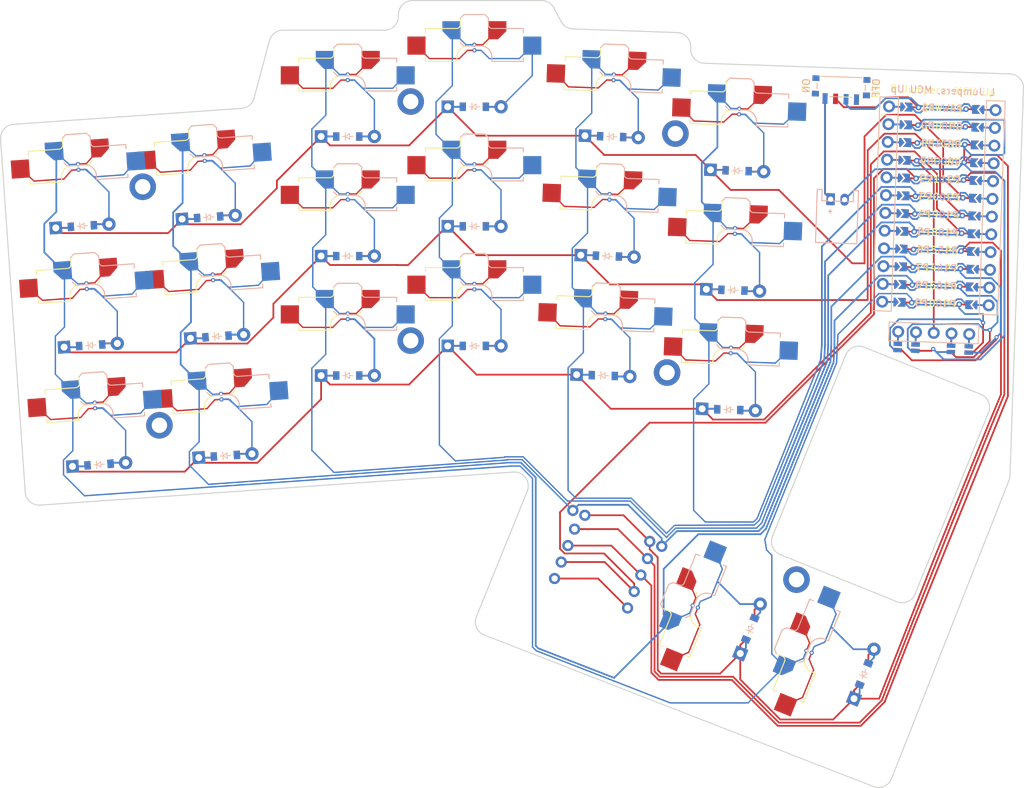
<source format=kicad_pcb>
(kicad_pcb (version 20240108) (generator "pcbnew") (generator_version "8.0")
  (title_block (title "board") (date "2024-12-08") (rev "v1.0.0") (company "Unknown"))
  (layers (0 "F.Cu" signal) (31 "B.Cu" signal) (34 "B.Paste" user) (35 "F.Paste" user) (36 "B.SilkS" user "B.Silkscreen") (37 "F.SilkS" user "F.Silkscreen") (38 "B.Mask" user) (39 "F.Mask" user) (44 "Edge.Cuts" user))
  (net 0 "")
  (net 1 "pinky_top")
  (net 2 "ring_top")
  (net 3 "middle_top")
  (net 4 "index_top")
  (net 5 "inner_top")
  (net 6 "RAW")
  (net 7 "GND")
  (net 8 "RST")
  (net 9 "VCC")
  (net 10 "DISP1_1")
  (net 11 "DISP1_2")
  (net 12 "DISP1_4")
  (net 13 "DISP1_5")
  (net 14 "MCU1_24")
  (net 15 "MCU1_1")
  (net 16 "MCU1_23")
  (net 17 "MCU1_2")
  (net 18 "MCU1_22")
  (net 19 "MCU1_3")
  (net 20 "MCU1_21")
  (net 21 "MCU1_4")
  (net 22 "MCU1_20")
  (net 23 "MCU1_5")
  (net 24 "MCU1_19")
  (net 25 "MCU1_6")
  (net 26 "MCU1_18")
  (net 27 "MCU1_7")
  (net 28 "MCU1_17")
  (net 29 "MCU1_8")
  (net 30 "MCU1_16")
  (net 31 "MCU1_9")
  (net 32 "MCU1_15")
  (net 33 "MCU1_10")
  (net 34 "MCU1_14")
  (net 35 "MCU1_11")
  (net 36 "MCU1_13")
  (net 37 "MCU1_12")
  (net 38 "outer_bottom")
  (net 39 "outer_home")
  (net 40 "outer_top")
  (net 41 "pinky_bottom")
  (net 42 "pinky_home")
  (net 43 "ring_bottom")
  (net 44 "ring_home")
  (net 45 "middle_bottom")
  (net 46 "middle_home")
  (net 47 "index_bottom")
  (net 48 "index_home")
  (net 49 "inner_bottom")
  (net 50 "inner_home")
  (net 51 "home_cluster")
  (net 52 "outer_cluster")
  (net 53 "P21")
  (net 54 "P20")
  (net 55 "P19")
  (net 56 "P18")
  (net 57 "P15")
  (net 58 "P14")
  (net 59 "P16")
  (net 60 "P10")
  (net 61 "P1")
  (net 62 "P0")
  (net 63 "P2")
  (net 64 "P3")
  (net 65 "P4")
  (net 66 "P5")
  (net 67 "P6")
  (net 68 "P7")
  (net 69 "P8")
  (net 70 "P9")
  (net 71 "BAT+")
  (net 72 "undef_ENCB")
  (footprint "ComboDiode" (layer "F.Cu") (at 155.752735 188.215501 -2)
    (property "Reference" "D14" (hide yes))
    (property "Value" "" (hide yes))
  )
  (footprint "ceoloide:mcu_nice_nano" (layer "F.Cu") (at 203.176527 179.76542 -2)
    (property "Reference" "MCU1" (hide yes))
    (property "Value" "")
  )
  (footprint "ComboDiode" (layer "F.Cu") (at 136.730451 183.95813)
    (property "Reference" "D11" (hide yes))
    (property "Value" "" (hide yes))
  )
  (footprint "ceoloide:mounting_hole_plated" (layer "F.Cu") (at 127.630451 200.30813)
    (property "Reference" "H4" (hide yes))
    (property "Value" "")
  )
  (footprint "ceoloide:mounting_hole_plated" (layer "F.Cu") (at 91.709443 212.415538 4)
    (property "Reference" "H2" (hide yes))
    (property "Value" "")
  )
  (footprint "JST_PH_S2B-PH-K_02x2.00mm_Angled" (layer "F.Cu") (at 188.655696 180.10886 -2)
    (property "Reference" "JST1" (hide yes))
    (property "Value" "" (hide yes))
  )
  (footprint "ComboDiode" (layer "F.Cu") (at 173.096604 210.184176 -2)
    (property "Reference" "D16" (hide yes))
    (property "Value" "" (hide yes))
  )
  (footprint "ComboDiode" (layer "F.Cu") (at 80.694477 183.914476 4)
    (property "Reference" "D3" (hide yes))
    (property "Value" "" (hide yes))
  )
  (footprint "ComboDiode" (layer "F.Cu") (at 156.349516 171.125918 -2)
    (property "Reference" "D15" (hide yes))
    (property "Value" "" (hide yes))
  )
  (footprint "ComboDiode" (layer "F.Cu") (at 83.080148 218.031166 4)
    (property "Reference" "D1" (hide yes))
    (property "Value" "" (hide yes))
  )
  (footprint "ceoloide:power_switch_smd_side" (layer "F.Cu") (at 189.167608 164.016922 88)
    (property "Reference" "PWR1" (hide yes))
    (property "Value" "")
  )
  (footprint "ceoloide:display_nice_view" (layer "F.Cu") (at 202.980615 182.510255 -2)
    (property "Reference" "DISP1" (hide yes))
    (property "Value" "")
  )
  (footprint "ComboDiode" (layer "F.Cu") (at 101.136058 216.768574 4)
    (property "Reference" "D4" (hide yes))
    (property "Value" "" (hide yes))
  )
  (footprint "ceoloide:mounting_hole_plated" (layer "F.Cu") (at 164.276584 204.873126 -2)
    (property "Reference" "H6" (hide yes))
    (property "Value" "")
  )
  (footprint "ceoloide:mounting_hole_plated" (layer "F.Cu") (at 89.323771 178.298847 4)
    (property "Reference" "H1" (hide yes))
    (property "Value" "")
  )
  (footprint "ceoloide:mounting_hole_plated" (layer "F.Cu") (at 165.470147 170.69396 -2)
    (property "Reference" "H5" (hide yes))
    (property "Value" "")
  )
  (footprint "ComboDiode" (layer "F.Cu") (at 99.943222 199.710229 4)
    (property "Reference" "D5" (hide yes))
    (property "Value" "" (hide yes))
  )
  (footprint "ComboDiode" (layer "F.Cu") (at 136.730451 201.05813)
    (property "Reference" "D10" (hide yes))
    (property "Value" "" (hide yes))
  )
  (footprint "ComboDiode" (layer "F.Cu") (at 173.693386 193.094593 -2)
    (property "Reference" "D17" (hide yes))
    (property "Value" "" (hide yes))
  )
  (footprint "ComboDiode" (layer "F.Cu") (at 118.630451 171.10813)
    (property "Reference" "D9" (hide yes))
    (property "Value" "" (hide yes))
  )
  (footprint "VIA-0.6mm" (layer "F.Cu") (at 211.381841 199.813994 -2)
    (property "Reference" "REF**" (hide yes))
    (property "Value" "VIA-0.6mm" (hide yes))
  )
  (footprint "ComboDiode" (layer "F.Cu") (at 98.750386 182.651883 4)
    (property "Reference" "D6" (hide yes))
    (property "Value" "" (hide yes))
  )
  (footprint "VIA-0.6mm" (layer "F.Cu") (at 202.317524 201.498681 -2)
    (property "Reference" "REF**" (hide yes))
    (property "Value" "VIA-0.6mm" (hide yes))
  )
  (footprint "VIA-0.6mm" (layer "F.Cu") (at 210.417349 198.779704 -2)
    (property "Reference" "REF**" (hide yes))
    (property "Value" "VIA-0.6mm" (hide yes))
  )
  (footprint "VIA-0.6mm" (layer "F.Cu") (at 209.452858 197.745414 -2)
    (property "Reference" "REF**" (hide yes))
    (property "Value" "VIA-0.6mm" (hide yes))
  )
  (footprint "ComboDiode" (layer "F.Cu") (at 81.887313 200.972821 4)
    (property "Reference" "D2" (hide yes))
    (property "Value" "" (hide yes))
  )
  (footprint "ceoloide:mounting_hole_plated" (layer "F.Cu") (at 182.781504 234.490999 68)
    (property "Reference" "H7" (hide yes))
    (property "Value" "")
  )
  (footprint "ComboDiode" (layer "F.Cu") (at 118.630451 188.20813)
    (property "Reference" "D8" (hide yes))
    (property "Value" "" (hide yes))
  )
  (footprint "ComboDiode" (layer "F.Cu") (at 176.164901 241.524531 68)
    (property "Reference" "D19" (hide yes))
    (property "Value" "" (hide yes))
  )
  (footprint "ComboDiode" (layer "F.Cu") (at 136.730451 166.85813)
    (property "Reference" "D12" (hide yes))
    (property "Value" "" (hide yes))
  )
  (footprint "ceoloide:mounting_hole_plated" (layer "F.Cu") (at 127.630451 166.10813)
    (property "Reference" "H3" (hide yes))
    (property "Value" "")
  )
  (footprint "RollerEncoder_Panasonic_EVQWGD001" (layer "F.Cu") (at 154.839673 232.908579 -22)
    (property "Reference" "")
    (property "Value" "")
  )
  (footprint "ComboDiode" (layer "F.Cu") (at 118.630451 205.30813)
    (property "Reference" "D7" (hide yes))
    (property "Value" "" (hide yes))
  )
  (footprint "ComboDiode" (layer "F.Cu") (at 174.290167 176.00501 -2)
    (property "Reference" "D18" (hide yes))
    (property "Value" "" (hide yes))
  )
  (footprint "ComboDiode" (layer "F.Cu") (at 155.155953 205.305084 -2)
    (property "Reference" "D13" (hide yes))
    (property "Value" "" (hide yes))
  )
  (footprint "ComboDiode" (layer "F.Cu") (at 192.42808 247.987428 68)
    (property "Reference" "D20" (hide yes))
    (property "Value" "" (hide yes))
  )
  (footprint "ceoloide:switch_choc_v1_v2" (layer "B.Cu") (at 136.730451 161.85813)
    (property "Reference" "S12" (hide yes))
    (property "Value" "")
  )
  (footprint "ceoloide:switch_choc_v1_v2" (layer "B.Cu") (at 118.630451 200.30813)
    (property "Reference" "S7" (hide yes))
    (property "Value" "")
  )
  (footprint "ceoloide:switch_choc_v1_v2" (layer "B.Cu") (at 155.330451 200.30813 -2)
    (property "Reference" "S13" (hide yes))
    (property "Value" "")
  )
  (footprint "ceoloide:switch_choc_v1_v2" (layer "B.Cu") (at 80.345695 178.926655 4)
    (property "Reference" "S3" (hide yes))
    (property "Value" "")
  )
  (footprint "ceoloide:switch_choc_v1_v2" (layer "B.Cu") (at 187.79216 246.114395 68)
    (property "Reference" "S20" (hide yes))
    (property "Value" "")
  )
  (footprint "ceoloide:switch_choc_v1_v2" (layer "B.Cu") (at 82.731366 213.043346 4)
    (property "Reference" "S1" (hide yes))
    (property "Value" "")
  )
  (footprint "ceoloide:switch_choc_v1_v2" (layer "B.Cu") (at 173.867883 188.097639 -2)
    (property "Reference" "S17" (hide yes))
    (property "Value" "")
  )
  (footprint "ceoloide:switch_choc_v1_v2" (layer "B.Cu") (at 98.401604 177.664063 4)
    (property "Reference" "S6" (hide yes))
    (property "Value" "")
  )
  (footprint "ceoloide:switch_choc_v1_v2" (layer "B.Cu") (at 136.730451 196.05813)
    (property "Reference" "S10" (hide yes))
    (property "Value" "")
  )
  (footprint "ceoloide:switch_choc_v1_v2" (layer "B.Cu") (at 136.730451 178.95813)
    (property "Reference" "S11" (hide yes))
    (property "Value" "")
  )
  (footprint "ceoloide:switch_choc_v1_v2" (layer "B.Cu") (at 99.59444 194.722408 4)
    (property "Reference" "S5" (hide yes))
    (property "Value" "")
  )
  (footprint "ceoloide:switch_choc_v1_v2" (layer "B.Cu") (at 81.53853 195.985001 4)
    (property "Reference" "S2" (hide yes))
    (property "Value" "")
  )
  (footprint "ceoloide:switch_choc_v1_v2" (layer "B.Cu") (at 118.630451 183.20813)
    (property "Reference" "S8" (hide yes))
    (property "Value" "")
  )
  (footprint "ceoloide:switch_choc_v1_v2" (layer "B.Cu") (at 118.630451 166.10813)
    (property "Reference" "S9" (hide yes))
    (property "Value" "")
  )
  (footprint "ceoloide:switch_choc_v1_v2" (layer "B.Cu") (at 155.927232 183.218547 -2)
    (property "Reference" "S14" (hide yes))
    (property "Value" "")
  )
  (footprint "ceoloide:switch_choc_v1_v2" (layer "B.Cu") (at 100.787275 211.780754 4)
    (property "Reference" "S4" (hide yes))
    (property "Value" "")
  )
  (footprint "ceoloide:switch_choc_v1_v2" (layer "B.Cu") (at 156.524013 166.128964 -2)
    (property "Reference" "S15" (hide yes))
    (property "Value" "")
  )
  (footprint "ceoloide:switch_choc_v1_v2" (layer "B.Cu") (at 173.271102 205.187222 -2)
    (property "Reference" "S16" (hide yes))
    (property "Value" "")
  )
  (footprint "ceoloide:switch_choc_v1_v2" (layer "B.Cu") (at 171.528982 239.651498 68)
    (property "Reference" "S19" (hide yes))
    (property "Value" "")
  )
  (footprint "ceoloide:switch_choc_v1_v2" (layer "B.Cu") (at 174.464664 171.008056 -2)
    (property "Reference" "S18" (hide yes))
    (property "Value" "")
  )
  (gr_line (start 107.434209 157.392214) (end 105.240895 165.607058) (stroke (width 0.15)) (layer "Edge.Cuts"))
  (gr_line (start 70.855615 169.365359) (end 103.448096 167.086271) (stroke (width 0.15)) (layer "Edge.Cuts"))
  (gr_line (start 189.832027 202.345541) (end 179.343042 228.306689) (stroke (width 0.15)) (layer "Edge.Cuts"))
  (gr_arc (start 69 171.5) (mid 69.485709 170.048369) (end 70.855615 169.365359) (stroke (width 0.15)) (layer "Edge.Cuts"))
  (gr_arc (start 107.434209 157.392214) (mid 108.148291 156.321966) (end 109.366521 155.90813) (stroke (width 0.15)) (layer "Edge.Cuts"))
  (gr_line (start 180.448197 230.910269) (end 197.137506 237.653188) (stroke (width 0.15)) (layer "Edge.Cuts"))
  (gr_arc (start 125.884499 153.611084) (mid 126.486468 152.227383) (end 127.883945 151.65813) (stroke (width 0.15)) (layer "Edge.Cuts"))
  (gr_arc (start 189.832027 202.345541) (mid 190.90493 201.253757) (end 192.435608 201.240386) (stroke (width 0.15)) (layer "Edge.Cuts"))
  (gr_line (start 213.29076 219.649341) (end 215.226169 164.226481) (stroke (width 0.15)) (layer "Edge.Cuts"))
  (gr_line (start 149.141265 154.668808) (end 148.095708 152.71462) (stroke (width 0.15)) (layer "Edge.Cuts"))
  (gr_arc (start 74.664318 223.832356) (mid 73.212687 223.346647) (end 72.529677 221.976741) (stroke (width 0.15)) (layer "Edge.Cuts"))
  (gr_line (start 196.367968 262.960506) (end 213.153031 220.311992) (stroke (width 0.15)) (layer "Edge.Cuts"))
  (gr_line (start 199.741087 236.548034) (end 210.230071 210.586886) (stroke (width 0.15)) (layer "Edge.Cuts"))
  (gr_line (start 144.289054 221.848877) (end 137.019913 239.800752) (stroke (width 0.15)) (layer "Edge.Cuts"))
  (gr_arc (start 196.367968 262.960506) (mid 195.30808 264.0606) (end 193.780814 264.091595) (stroke (width 0.15)) (layer "Edge.Cuts"))
  (gr_line (start 74.664318 223.832356) (end 142.295752 219.103106) (stroke (width 0.15)) (layer "Edge.Cuts"))
  (gr_line (start 213.297186 162.1579) (end 169.57733 160.631169) (stroke (width 0.15)) (layer "Edge.Cuts"))
  (gr_line (start 167.647259 158.609625) (end 167.651176 158.26546) (stroke (width 0.15)) (layer "Edge.Cuts"))
  (gr_arc (start 150.834925 155.724079) (mid 149.847103 155.422744) (end 149.141265 154.668808) (stroke (width 0.15)) (layer "Edge.Cuts"))
  (gr_arc (start 142.295752 219.103106) (mid 144.05376 219.923288) (end 144.289054 221.848877) (stroke (width 0.15)) (layer "Edge.Cuts"))
  (gr_arc (start 125.876402 153.955176) (mid 125.274442 155.338886) (end 123.876956 155.90813) (stroke (width 0.15)) (layer "Edge.Cuts"))
  (gr_arc (start 209.124917 207.983305) (mid 210.216677 209.056214) (end 210.230071 210.586886) (stroke (width 0.15)) (layer "Edge.Cuts"))
  (gr_arc (start 138.147602 242.414934) (mid 137.037283 241.343578) (end 137.019913 239.800752) (stroke (width 0.15)) (layer "Edge.Cuts"))
  (gr_arc (start 213.297186 162.1579) (mid 214.690067 162.792694) (end 215.226169 164.226481) (stroke (width 0.15)) (layer "Edge.Cuts"))
  (gr_line (start 146.332249 151.65813) (end 127.883945 151.65813) (stroke (width 0.15)) (layer "Edge.Cuts"))
  (gr_line (start 125.884499 153.611084) (end 125.876402 153.955176) (stroke (width 0.15)) (layer "Edge.Cuts"))
  (gr_arc (start 169.57733 160.631169) (mid 168.200575 160.013485) (end 167.647259 158.609625) (stroke (width 0.15)) (layer "Edge.Cuts"))
  (gr_arc (start 180.448196 230.910269) (mid 179.356403 229.83737) (end 179.343042 228.306688) (stroke (width 0.15)) (layer "Edge.Cuts"))
  (gr_line (start 138.147602 242.414934) (end 193.780814 264.091595) (stroke (width 0.15)) (layer "Edge.Cuts"))
  (gr_arc (start 199.741087 236.548034) (mid 198.668186 237.639816) (end 197.137506 237.653188) (stroke (width 0.15)) (layer "Edge.Cuts"))
  (gr_arc (start 105.240895 165.607058) (mid 104.58143 166.633832) (end 103.448096 167.086271) (stroke (width 0.15)) (layer "Edge.Cuts"))
  (gr_line (start 69 171.5) (end 72.529677 221.976741) (stroke (width 0.15)) (layer "Edge.Cuts"))
  (gr_line (start 123.876956 155.90813) (end 109.366521 155.90813) (stroke (width 0.15)) (layer "Edge.Cuts"))
  (gr_line (start 209.124917 207.983305) (end 192.435607 201.240386) (stroke (width 0.15)) (layer "Edge.Cuts"))
  (gr_arc (start 146.332249 151.65813) (mid 147.360114 151.942456) (end 148.095708 152.71462) (stroke (width 0.15)) (layer "Edge.Cuts"))
  (gr_line (start 165.721104 156.243916) (end 150.834925 155.724079) (stroke (width 0.15)) (layer "Edge.Cuts"))
  (gr_arc (start 213.29076 219.649341) (mid 213.250131 219.986535) (end 213.153031 220.311992) (stroke (width 0.15)) (layer "Edge.Cuts"))
  (gr_arc (start 165.721104 156.243916) (mid 167.09786 156.8616) (end 167.651176 158.26546) (stroke (width 0.15)) (layer "Edge.Cuts"))
  (segment (start 96.120593 175.922937) (end 97.214478 174.664566) (width 0.2) (layer "F.Cu") (net 1))
  (segment (start 91.863987 176.220588) (end 96.120593 175.922937) (width 0.2) (layer "F.Cu") (net 1))
  (segment (start 102.551105 182.386111) (end 100.547041 182.386111) (width 0.25) (layer "F.Cu") (net 1))
  (segment (start 97.214478 174.664566) (end 98.187103 174.596554) (width 0.2) (layer "F.Cu") (net 1))
  (segment (start 89.885175 174.500433) (end 91.863987 176.220588) (width 0.2) (layer "F.Cu") (net 1))
  (segment (start 100.547041 182.386111) (end 100.396367 182.536785) (width 0.25) (layer "F.Cu") (net 1))
  (via (at 98.187103 174.596554) (size 0.6) (drill 0.3) (layers "F.Cu" "B.Cu") (net 1))
  (segment (start 98.187103 174.596554) (end 99.364604 174.596554) (width 0.2) (layer "B.Cu") (net 1))
  (segment (start 102.551105 182.386111) (end 100.547041 182.386111) (width 0.25) (layer "B.Cu") (net 1))
  (segment (start 102.551105 177.783055) (end 102.551105 182.386111) (width 0.2) (layer "B.Cu") (net 1))
  (segment (start 100.547041 182.386111) (end 100.396367 182.536785) (width 0.25) (layer "B.Cu") (net 1))
  (segment (start 104.674704 175.324775) (end 100.404298 175.623391) (width 0.2) (layer "B.Cu") (net 1))
  (segment (start 100.404298 175.623391) (end 99.145927 174.529506) (width 0.2) (layer "B.Cu") (net 1))
  (segment (start 99.145927 174.529506) (end 98.187103 174.596554) (width 0.2) (layer "B.Cu") (net 1))
  (segment (start 106.39486 173.345963) (end 104.674704 175.324775) (width 0.2) (layer "B.Cu") (net 1))
  (segment (start 99.364604 174.596554) (end 102.551105 177.783055) (width 0.2) (layer "B.Cu") (net 1))
  (segment (start 117.655451 163.03313) (end 118.630451 163.03313) (width 0.2) (layer "F.Cu") (net 2))
  (segment (start 122.440451 171.10813) (end 120.280451 171.10813) (width 0.25) (layer "F.Cu") (net 2))
  (segment (start 116.476451 164.21213) (end 117.655451 163.03313) (width 0.2) (layer "F.Cu") (net 2))
  (segment (start 112.209451 164.21213) (end 116.476451 164.21213) (width 0.2) (layer "F.Cu") (net 2))
  (segment (start 110.355451 162.35813) (end 112.209451 164.21213) (width 0.2) (layer "F.Cu") (net 2))
  (via (at 118.630451 163.03313) (size 0.6) (drill 0.3) (layers "F.Cu" "B.Cu") (net 2))
  (segment (start 125.051451 164.21213) (end 120.770617 164.21213) (width 0.2) (layer "B.Cu") (net 2))
  (segment (start 126.905451 162.35813) (end 125.051451 164.21213) (width 0.2) (layer "B.Cu") (net 2))
  (segment (start 118.630451 163.03313) (end 119.58596 163.03313) (width 0.2) (layer "B.Cu") (net 2))
  (segment (start 122.440451 165.887621) (end 122.440451 171.10813) (width 0.2) (layer "B.Cu") (net 2))
  (segment (start 119.58596 163.03313) (end 122.440451 165.887621) (width 0.2) (layer "B.Cu") (net 2))
  (segment (start 119.591617 163.03313) (end 118.630451 163.03313) (width 0.2) (layer "B.Cu") (net 2))
  (segment (start 122.440451 171.10813) (end 120.280451 171.10813) (width 0.25) (layer "B.Cu") (net 2))
  (segment (start 120.770617 164.21213) (end 119.591617 163.03313) (width 0.2) (layer "B.Cu") (net 2))
  (segment (start 140.540451 166.85813) (end 138.380451 166.85813) (width 0.25) (layer "F.Cu") (net 3))
  (segment (start 135.755451 158.78313) (end 136.730451 158.78313) (width 0.2) (layer "F.Cu") (net 3))
  (segment (start 128.455451 158.10813) (end 130.309451 159.96213) (width 0.2) (layer "F.Cu") (net 3))
  (segment (start 130.309451 159.96213) (end 134.576451 159.96213) (width 0.2) (layer "F.Cu") (net 3))
  (segment (start 134.576451 159.96213) (end 135.755451 158.78313) (width 0.2) (layer "F.Cu") (net 3))
  (via (at 136.730451 158.78313) (size 0.6) (drill 0.3) (layers "F.Cu" "B.Cu") (net 3))
  (segment (start 145.005451 158.10813) (end 145.005451 162.39313) (width 0.2) (layer "B.Cu") (net 3))
  (segment (start 143.151451 159.96213) (end 138.870617 159.96213) (width 0.2) (layer "B.Cu") (net 3))
  (segment (start 145.005451 158.10813) (end 143.151451 159.96213) (width 0.2) (layer "B.Cu") (net 3))
  (segment (start 140.540451 166.85813) (end 138.380451 166.85813) (width 0.25) (layer "B.Cu") (net 3))
  (segment (start 145.005451 162.39313) (end 140.540451 166.85813) (width 0.2) (layer "B.Cu") (net 3))
  (segment (start 138.870617 159.96213) (end 137.691617 158.78313) (width 0.2) (layer "B.Cu") (net 3))
  (segment (start 137.691617 158.78313) (end 136.730451 158.78313) (width 0.2) (layer "B.Cu") (net 3))
  (segment (start 148.384927 162.092455) (end 150.173094 164.010029) (width 0.2) (layer "F.Cu") (net 4))
  (segment (start 150.173094 164.010029) (end 154.437495 164.158945) (width 0.2) (layer "F.Cu") (net 4))
  (segment (start 155.656923 163.02181) (end 156.631329 163.055837) (width 0.2) (layer "F.Cu") (net 4))
  (segment (start 160.157195 171.258885) (end 158.073894 171.258885) (width 0.25) (layer "F.Cu") (net 4))
  (segment (start 154.437495 164.158945) (end 155.656923 163.02181) (width 0.2) (layer "F.Cu") (net 4))
  (segment (start 158.073894 171.258885) (end 157.998511 171.183502) (width 0.25) (layer "F.Cu") (net 4))
  (via (at 156.631329 163.055837) (size 0.6) (drill 0.3) (layers "F.Cu" "B.Cu") (net 4))
  (segment (start 158.729045 164.30881) (end 157.59191 163.089381) (width 0.2) (layer "B.Cu") (net 4))
  (segment (start 157.59191 163.089381) (end 156.631329 163.055837) (width 0.2) (layer "B.Cu") (net 4))
  (segment (start 164.924846 162.670042) (end 163.007271 164.458209) (width 0.2) (layer "B.Cu") (net 4))
  (segment (start 160.157195 171.258885) (end 158.073894 171.258885) (width 0.25) (layer "B.Cu") (net 4))
  (segment (start 160.157195 165.731637) (end 160.157195 171.258885) (width 0.2) (layer "B.Cu") (net 4))
  (segment (start 156.631329 163.055837) (end 157.481395 163.055837) (width 0.2) (layer "B.Cu") (net 4))
  (segment (start 158.073894 171.258885) (end 157.998511 171.183502) (width 0.25) (layer "B.Cu") (net 4))
  (segment (start 157.481395 163.055837) (end 160.157195 165.731637) (width 0.2) (layer "B.Cu") (net 4))
  (segment (start 163.007271 164.458209) (end 158.729045 164.30881) (width 0.2) (layer "B.Cu") (net 4))
  (segment (start 168.113745 168.889121) (end 172.378146 169.038037) (width 0.2) (layer "F.Cu") (net 5))
  (segment (start 166.325578 166.971547) (end 168.113745 168.889121) (width 0.2) (layer "F.Cu") (net 5))
  (segment (start 178.097846 176.137977) (end 176.014545 176.137977) (width 0.25) (layer "F.Cu") (net 5))
  (segment (start 172.378146 169.038037) (end 173.597574 167.900902) (width 0.2) (layer "F.Cu") (net 5))
  (segment (start 173.597574 167.900902) (end 174.57198 167.934929) (width 0.2) (layer "F.Cu") (net 5))
  (segment (start 176.014545 176.137977) (end 175.939162 176.062594) (width 0.25) (layer "F.Cu") (net 5))
  (via (at 174.57198 167.934929) (size 0.6) (drill 0.3) (layers "F.Cu" "B.Cu") (net 5))
  (segment (start 174.57198 167.934929) (end 175.422046 167.934929) (width 0.2) (layer "B.Cu") (net 5))
  (segment (start 175.532561 167.968473) (end 174.57198 167.934929) (width 0.2) (layer "B.Cu") (net 5))
  (segment (start 175.422046 167.934929) (end 178.097846 170.610729) (width 0.2) (layer "B.Cu") (net 5))
  (segment (start 176.014545 176.137977) (end 175.939162 176.062594) (width 0.25) (layer "B.Cu") (net 5))
  (segment (start 178.097846 170.610729) (end 178.097846 176.137977) (width 0.2) (layer "B.Cu") (net 5))
  (segment (start 180.947922 169.3373) (end 176.669696 169.187901) (width 0.2) (layer "B.Cu") (net 5))
  (segment (start 176.669696 169.187901) (end 175.532561 167.968473) (width 0.2) (layer "B.Cu") (net 5))
  (segment (start 178.097846 176.137977) (end 176.014545 176.137977) (width 0.25) (layer "B.Cu") (net 5))
  (segment (start 182.865497 167.549134) (end 180.947922 169.3373) (width 0.2) (layer "B.Cu") (net 5))
  (segment (start 194.233767 166.916147) (end 195.649914 165.5) (width 0.25) (layer "F.Cu") (net 6))
  (segment (start 189.548971 166.916147) (end 194.233767 166.916147) (width 0.25) (layer "F.Cu") (net 6))
  (segment (start 198.84766 166.906511) (end 200.221822 166.954498) (width 0.25) (layer "F.Cu") (net 6))
  (segment (start 188.357514 165.72469) (end 189.548971 166.916147) (width 0.25) (layer "F.Cu") (net 6))
  (segment (start 195.649914 165.5) (end 198.767324 165.5) (width 0.25) (layer "F.Cu") (net 6))
  (segment (start 198.767324 165.5) (end 200.221822 166.954498) (width 0.25) (layer "F.Cu") (net 6))
  (segment (start 207.343104 166.477737) (end 206.74286 166.456776) (width 0.25) (layer "B.Cu") (net 6))
  (segment (start 208.391842 167.239802) (end 208.04236 167.227597) (width 0.25) (layer "B.Cu") (net 6))
  (segment (start 200.221822 166.68531) (end 200.221822 166.954498) (width 0.25) (layer "B.Cu") (net 6))
  (segment (start 206.220543 166.943844) (end 200.449366 166.74231) (width 0.25) (layer "B.Cu") (net 6))
  (segment (start 193.979307 167.170607) (end 195.517692 165.632222) (width 0.25) (layer "B.Cu") (net 6))
  (segment (start 206.74286 166.456776) (end 206.220543 166.943844) (width 0.25) (layer "B.Cu") (net 6))
  (segment (start 189.8566 166.527497) (end 190.49971 167.170607) (width 0.25) (layer "B.Cu") (net 6))
  (segment (start 208.04236 167.227597) (end 207.343104 166.477737) (width 0.25) (layer "B.Cu") (net 6))
  (segment (start 199.168734 165.632222) (end 200.221822 166.68531) (width 0.25) (layer "B.Cu") (net 6))
  (segment (start 189.8566 165.77704) (end 189.8566 166.527497) (width 0.25) (layer "B.Cu") (net 6))
  (segment (start 195.517692 165.632222) (end 199.168734 165.632222) (width 0.25) (layer "B.Cu") (net 6))
  (segment (start 190.49971 167.170607) (end 193.979307 167.170607) (width 0.25) (layer "B.Cu") (net 6))
  (segment (start 160.530833 233.838218) (end 162.034845 235.34223) (width 0.25) (layer "F.Cu") (net 7))
  (segment (start 199.029204 242.673567) (end 199.582938 241.262728) (width 0.25) (layer "F.Cu") (net 7))
  (segment (start 180.090194 255.4) (end 191.970912 255.4) (width 0.25) (layer "F.Cu") (net 7))
  (segment (start 206.751745 174.807173) (end 206.751745 172.357365) (width 0.25) (layer "F.Cu") (net 7))
  (segment (start 156.316508 229.623893) (end 150.100014 229.623893) (width 0.25) (layer "F.Cu") (net 7))
  (segment (start 199.766857 201.759823) (end 202.056382 201.759823) (width 0.25) (layer "F.Cu") (net 7))
  (segment (start 207.808918 173.75) (end 206.751745 174.807173) (width 0.25) (layer "F.Cu") (net 7))
  (segment (start 195.43271 251.938202) (end 195.43271 251.836953) (width 0.25) (layer "F.Cu") (net 7))
  (segment (start 160.530833 233.838218) (end 156.316508 229.623893) (width 0.25) (layer "F.Cu") (net 7))
  (segment (start 163.063706 248.836498) (end 173.526692 248.836498) (width 0.25) (layer "F.Cu") (net 7))
  (segment (start 197.144376 247.475856) (end 197.399831 246.824991) (width 0.25) (layer "F.Cu") (net 7))
  (segment (start 208.125908 174.85516) (end 206.751746 174.807173) (width 0.25) (layer "F.Cu") (net 7))
  (segment (start 213 208.25) (end 213 175.323573) (width 0.25) (layer "F.Cu") (net 7))
  (segment (start 191.970912 255.4) (end 195.43271 251.938202) (width 0.25) (layer "F.Cu") (net 7))
  (segment (start 211.426427 173.75) (end 207.808918 173.75) (width 0.25) (layer "F.Cu") (net 7))
  (segment (start 197.399831 246.824991) (end 199.029204 242.673567) (width 0.25) (layer "F.Cu") (net 7))
  (segment (start 199.582938 241.262728) (end 213 208.25) (width 0.25) (layer "F.Cu") (net 7))
  (segment (start 206.751745 172.357365) (end 206.84039 172.26872) (width 0.25) (layer "F.Cu") (net 7))
  (segment (start 198.759015 169.444964) (end 200.133178 169.492951) (width 0.25) (layer "F.Cu") (net 7))
  (segment (start 202.056382 201.759823) (end 202.317524 201.498681) (width 0.25) (layer "F.Cu") (net 7))
  (segment (start 173.526692 248.836498) (end 180.090194 255.4) (width 0.25) (layer "F.Cu") (net 7))
  (segment (start 195.43271 251.836953) (end 195.709889 251.130738) (width 0.25) (layer "F.Cu") (net 7))
  (segment (start 213 175.323573) (end 211.426427 173.75) (width 0.25) (layer "F.Cu") (net 7))
  (segment (start 195.846089 250.783718) (end 197.144376 247.475856) (width 0.25) (layer "F.Cu") (net 7))
  (segment (start 162.034845 247.807637) (end 163.063706 248.836498) (width 0.25) (layer "F.Cu") (net 7))
  (segment (start 208.214553 172.316707) (end 206.84039 172.26872) (width 0.25) (layer "F.Cu") (net 7))
  (segment (start 162.034845 235.34223) (end 162.034845 247.807637) (width 0.25) (layer "F.Cu") (net 7))
  (segment (start 195.709889 251.130738) (end 195.846089 250.783718) (width 0.25) (layer "F.Cu") (net 7))
  (segment (start 198.931208 174.534074) (end 199.630464 175.283934) (width 0.25) (layer "B.Cu") (net 7))
  (segment (start 212.5 168.75) (end 212.452543 168.702543) (width 0.25) (layer "B.Cu") (net 7))
  (segment (start 208.303197 169.778254) (end 207.953716 169.76605) (width 0.25) (layer "B.Cu") (net 7))
  (segment (start 199.019852 171.995621) (end 199.719109 172.745482) (width 0.25) (layer "B.Cu") (net 7))
  (segment (start 198.581726 174.52187) (end 198.931208 174.534074) (width 0.25) (layer "B.Cu") (net 7))
  (segment (start 212.5 177.45067) (end 211.178779 176.129449) (width 0.25) (layer "B.Cu") (net 7))
  (segment (start 212.5 173.5) (end 212.5 168.75) (width 0.25) (layer "B.Cu") (net 7))
  (segment (start 189.655087 180.143758) (end 194.012812 175.786033) (width 0.25) (layer "B.Cu") (net 7))
  (segment (start 194.012812 175.786033) (end 205.772885 175.786033) (width 0.25) (layer "B.Cu") (net 7))
  (segment (start 202.317524 201.498681) (end 203.818843 203) (width 0.25) (layer "B.Cu") (net 7))
  (segment (start 202.755955 201.937112) (end 202.317524 201.498681) (width 0.25) (layer "B.Cu") (net 7))
  (segment (start 212.25 173.75) (end 212.5 173.5) (width 0.25) (layer "B.Cu") (net 7))
  (segment (start 205.772885 175.786033) (end 206.751745 174.807173) (width 0.25) (layer "B.Cu") (net 7))
  (segment (start 200.831326 172.289019) (end 206.602504 172.490553) (width 0.25) (layer "B.Cu") (net 7))
  (segment (start 211.178779 176.129449) (end 207.804833 176.129449) (width 0.25) (layer "B.Cu") (net 7))
  (segment (start 212.452543 168.702543) (end 200.923585 168.702543) (width 0.25) (layer "B.Cu") (net 7))
  (segment (start 200.923585 168.702543) (end 200.133177 169.492951) (width 0.25) (layer "B.Cu") (net 7))
  (segment (start 207.755985 173.75) (end 212.25 173.75) (width 0.25) (layer "B.Cu") (net 7))
  (segment (start 206.84039 172.26872) (end 206.84039 172.834405) (width 0.25) (layer "B.Cu") (net 7))
  (segment (start 200.742682 174.827472) (end 206.513859 175.029006) (width 0.25) (layer "B.Cu") (net 7))
  (segment (start 212.5 199.579719) (end 212.5 177.45067) (width 0.25) (layer "B.Cu") (net 7))
  (segment (start 209.079719 203) (end 212.5 199.579719) (width 0.25) (layer "B.Cu") (net 7))
  (segment (start 200.319353 172.766443) (end 200.831326 172.289019) (width 0.25) (layer "B.Cu") (net 7))
  (segment (start 206.751745 175.076361) (end 206.751745 174.807173) (width 0.25) (layer "B.Cu") (net 7))
  (segment (start 198.67037 171.983417) (end 199.019852 171.995621) (width 0.25) (layer "B.Cu") (net 7))
  (segment (start 206.84039 172.834405) (end 207.755985 173.75) (width 0.25) (layer "B.Cu") (net 7))
  (segment (start 199.719109 172.745482) (end 200.319353 172.766443) (width 0.25) (layer "B.Cu") (net 7))
  (segment (start 200.230708 175.304895) (end 200.742682 174.827472) (width 0.25) (layer "B.Cu") (net 7))
  (segment (start 207.254459 169.01619) (end 206.654215 168.995229) (width 0.25) (layer "B.Cu") (net 7))
  (segment (start 199.630464 175.283934) (end 200.230708 175.304895) (width 0.25) (layer "B.Cu") (net 7))
  (segment (start 207.953716 169.76605) (end 207.254459 169.01619) (width 0.25) (layer "B.Cu") (net 7))
  (segment (start 206.131899 169.482297) (end 200.360721 169.280763) (width 0.25) (layer "B.Cu") (net 7))
  (segment (start 203.818843 203) (end 209.079719 203) (width 0.25) (layer "B.Cu") (net 7))
  (segment (start 204.843762 201.937112) (end 202.755955 201.937112) (width 0.25) (layer "B.Cu") (net 7))
  (segment (start 206.654215 168.995229) (end 206.131899 169.482297) (width 0.25) (layer "B.Cu") (net 7))
  (segment (start 207.804833 176.129449) (end 206.751745 175.076361) (width 0.25) (layer "B.Cu") (net 7))
  (segment (start 198.67037 171.983417) (end 200.044533 172.031404) (width 0.25) (layer "F.Cu") (net 8))
  (segment (start 207.165815 171.554642) (end 206.56557 171.533681) (width 0.25) (layer "B.Cu") (net 8))
  (segment (start 206.043254 172.02075) (end 200.272077 171.819216) (width 0.25) (layer "B.Cu") (net 8))
  (segment (start 207.865071 172.304503) (end 207.165815 171.554642) (width 0.25) (layer "B.Cu") (net 8))
  (segment (start 206.56557 171.533681) (end 206.043254 172.02075) (width 0.25) (layer "B.Cu") (net 8))
  (segment (start 208.214553 172.316707) (end 207.865071 172.304503) (width 0.25) (layer "B.Cu") (net 8))
  (segment (start 202.397793 199.200082) (end 202.397793 177.011761) (width 0.25) (layer "F.Cu") (net 9))
  (segment (start 198.581726 174.52187) (end 199.955888 174.569856) (width 0.25) (layer "F.Cu") (net 9))
  (segment (start 202.397793 177.011761) (end 199.955888 174.569856) (width 0.25) (layer "F.Cu") (net 9))
  (segment (start 205.954609 174.559202) (end 200.183432 174.357668) (width 0.25) (layer "B.Cu") (net 9))
  (segment (start 207.776426 174.842956) (end 207.07717 174.093095) (width 0.25) (layer "B.Cu") (net 9))
  (segment (start 207.07717 174.093095) (end 206.476926 174.072134) (width 0.25) (layer "B.Cu") (net 9))
  (segment (start 208.125908 174.85516) (end 207.776426 174.842956) (width 0.25) (layer "B.Cu") (net 9))
  (segment (start 206.476926 174.072134) (end 205.954609 174.559202) (width 0.25) (layer "B.Cu") (net 9))
  (segment (start 197.320888 199.022792) (end 197.259814 200.771726) (width 0.25) (layer "F.Cu") (net 10))
  (segment (start 197.320888 199.022792) (end 197.259814 200.771726) (width 0.25) (layer "B.Cu") (net 10))
  (segment (start 199.85934 199.111437) (end 199.798266 200.860371) (width 0.25) (layer "F.Cu") (net 11))
  (segment (start 199.85934 199.111437) (end 199.798266 200.860371) (width 0.25) (layer "B.Cu") (net 11))
  (segment (start 204.936246 199.288726) (end 204.875172 201.03766) (width 0.25) (layer "F.Cu") (net 12))
  (segment (start 204.936246 199.288726) (end 204.875172 201.03766) (width 0.25) (layer "B.Cu") (net 12))
  (segment (start 207.474698 199.377371) (end 207.413624 201.126305) (width 0.25) (layer "F.Cu") (net 13))
  (segment (start 207.474698 199.377371) (end 207.413624 201.126305) (width 0.25) (layer "B.Cu") (net 13))
  (segment (start 196.004393 166.807222) (end 198.123102 166.881209) (width 0.25) (layer "F.Cu") (net 14))
  (segment (start 196.004393 166.807222) (end 198.123102 166.881209) (width 0.25) (layer "B.Cu") (net 14))
  (segment (start 209.116401 167.265104) (end 211.235109 167.339091) (width 0.25) (layer "F.Cu") (net 15))
  (segment (start 211.235109 167.339091) (end 209.116401 167.265104) (width 0.25) (layer "B.Cu") (net 15))
  (segment (start 195.915748 169.345675) (end 198.034457 169.419662) (width 0.25) (layer "F.Cu") (net 16))
  (segment (start 195.915748 169.345675) (end 198.034457 169.419662) (width 0.25) (layer "B.Cu") (net 16))
  (segment (start 209.027756 169.803556) (end 211.146464 169.877543) (width 0.25) (layer "F.Cu") (net 17))
  (segment (start 211.146464 169.877543) (end 209.027756 169.803556) (width 0.25) (layer "B.Cu") (net 17))
  (segment (start 195.827103 171.884128) (end 197.945812 171.958115) (width 0.25) (layer "F.Cu") (net 18))
  (segment (start 195.827103 171.884128) (end 197.945812 171.958115) (width 0.25) (layer "B.Cu") (net 18))
  (segment (start 208.939111 172.342009) (end 211.05782 172.415996) (width 0.25) (layer "F.Cu") (net 19))
  (segment (start 211.05782 172.415996) (end 208.939111 172.342009) (width 0.25) (layer "B.Cu") (net 19))
  (segment (start 195.738459 174.42258) (end 197.857167 174.496567) (width 0.25) (layer "F.Cu") (net 20))
  (segment (start 195.738459 174.42258) (end 197.857167 174.496567) (width 0.25) (layer "B.Cu") (net 20))
  (segment (start 208.850466 174.880462) (end 210.969175 174.954449) (width 0.25) (layer "F.Cu") (net 21))
  (segment (start 210.969175 174.954449) (end 208.850466 174.880462) (width 0.25) (layer "B.Cu") (net 21))
  (segment (start 195.649814 176.961033) (end 197.768523 177.03502) (width 0.25) (layer "F.Cu") (net 22))
  (segment (start 195.649814 176.961033) (end 197.768523 177.03502) (width 0.25) (layer "B.Cu") (net 22))
  (segment (start 208.761822 177.418915) (end 210.88053 177.492902) (width 0.25) (layer "F.Cu") (net 23))
  (segment (start 210.88053 177.492902) (end 208.761822 177.418915) (width 0.25) (layer "B.Cu") (net 23))
  (segment (start 195.561169 179.499486) (end 197.679878 179.573473) (width 0.25) (layer "F.Cu") (net 24))
  (segment (start 195.561169 179.499486) (end 197.679878 179.573473) (width 0.25) (layer "B.Cu") (net 24))
  (segment (start 208.673177 179.957367) (end 210.791886 180.031354) (width 0.25) (layer "F.Cu") (net 25))
  (segment (start 210.791886 180.031354) (end 208.673177 179.957367) (width 0.25) (layer "B.Cu") (net 25))
  (segment (start 195.472525 182.037939) (end 197.591233 182.111926) (width 0.25) (layer "F.Cu") (net 26))
  (segment (start 195.472525 182.037939) (end 197.591233 182.111926) (width 0.25) (layer "B.Cu") (net 26))
  (segment (start 208.584532 182.49582) (end 210.703241 182.569807) (width 0.25) (layer "F.Cu") (net 27))
  (segment (start 210.703241 182.569807) (end 208.584532 182.49582) (width 0.25) (layer "B.Cu") (net 27))
  (segment (start 195.38388 184.576391) (end 197.502588 184.650378) (width 0.25) (layer "F.Cu") (net 28))
  (segment (start 195.38388 184.576391) (end 197.502588 184.650378) (width 0.25) (layer "B.Cu") (net 28))
  (segment (start 208.495887 185.034273) (end 210.614596 185.10826) (width 0.25) (layer "F.Cu") (net 29))
  (segment (start 210.614596 185.10826) (end 208.495887 185.034273) (width 0.25) (layer "B.Cu") (net 29))
  (segment (start 195.295235 187.114844) (end 197.413944 187.188831) (width 0.25) (layer "F.Cu") (net 30))
  (segment (start 195.295235 187.114844) (end 197.413944 187.188831) (width 0.25) (layer "B.Cu") (net 30))
  (segment (start 208.407243 187.572725) (end 210.525951 187.646712) (width 0.25) (layer "F.Cu") (net 31))
  (segment (start 210.525951 187.646712) (end 208.407243 187.572725) (width 0.25) (layer "B.Cu") (net 31))
  (segment (start 195.20659 189.653297) (end 197.325299 189.727284) (width 0.25) (layer "F.Cu") (net 32))
  (segment (start 195.20659 189.653297) (end 197.325299 189.727284) (width 0.25) (layer "B.Cu") (net 32))
  (segment (start 208.318598 190.111178) (end 210.437307 190.185165) (width 0.25) (layer "F.Cu") (net 33))
  (segment (start 210.437307 190.185165) (end 208.318598 190.111178) (width 0.25) (layer "B.Cu") (net 33))
  (segment (start 195.117946 192.191749) (end 197.236654 192.265736) (width 0.25) (layer "F.Cu") (net 34))
  (segment (start 195.117946 192.191749) (end 197.236654 192.265736) (width 0.25) (layer "B.Cu") (net 34))
  (segment (start 208.229953 192.649631) (end 210.348662 192.723618) (width 0.25) (layer "F.Cu") (net 35))
  (segment (start 210.348662 192.723618) (end 208.229953 192.649631) (width 0.25) (layer "B.Cu") (net 35))
  (segment (start 195.029301 194.730202) (end 197.148009 194.804189) (width 0.25) (layer "F.Cu") (net 36))
  (segment (start 195.029301 194.730202) (end 197.148009 194.804189) (width 0.25) (layer "B.Cu") (net 36))
  (segment (start 208.141309 195.188083) (end 210.260017 195.26207) (width 0.25) (layer "F.Cu") (net 37))
  (segment (start 210.260017 195.26207) (end 208.141309 195.188083) (width 0.25) (layer "B.Cu") (net 37))
  (segment (start 81.54424 210.043849) (end 82.516865 209.975836) (width 0.2) (layer "F.Cu") (net 38))
  (segment (start 86.880867 217.765394) (end 84.876803 217.765394) (width 0.25) (layer "F.Cu") (net 38))
  (segment (start 84.876803 217.765394) (end 84.726129 217.916068) (width 0.25) (layer "F.Cu") (net 38))
  (segment (start 80.450355 211.30222) (end 81.54424 210.043849) (width 0.2) (layer "F.Cu") (net 38))
  (segment (start 76.193749 211.599871) (end 80.450355 211.30222) (width 0.2) (layer "F.Cu") (net 38))
  (segment (start 74.214937 209.879716) (end 76.193749 211.599871) (width 0.2) (layer "F.Cu") (net 38))
  (via (at 82.516865 209.975836) (size 0.6) (drill 0.3) (layers "F.Cu" "B.Cu") (net 38))
  (segment (start 84.876803 217.765394) (end 84.726129 217.916068) (width 0.25) (layer "B.Cu") (net 38))
  (segment (start 86.880867 213.162338) (end 86.880867 217.765394) (width 0.2) (layer "B.Cu") (net 38))
  (segment (start 83.694365 209.975836) (end 86.880867 213.162338) (width 0.2) (layer "B.Cu") (net 38))
  (segment (start 86.880867 217.765394) (end 84.876803 217.765394) (width 0.25) (layer "B.Cu") (net 38))
  (segment (start 84.73406 211.002674) (end 83.47569 209.908789) (width 0.2) (layer "B.Cu") (net 38))
  (segment (start 90.724622 208.725246) (end 89.004467 210.704058) (width 0.2) (layer "B.Cu") (net 38))
  (segment (start 83.47569 209.908789) (end 82.516865 209.975836) (width 0.2) (layer "B.Cu") (net 38))
  (segment (start 82.516865 209.975836) (end 83.694365 209.975836) (width 0.2) (layer "B.Cu") (net 38))
  (segment (start 89.004467 210.704058) (end 84.73406 211.002674) (width 0.2) (layer "B.Cu") (net 38))
  (segment (start 85.688032 200.707049) (end 83.683968 200.707049) (width 0.25) (layer "F.Cu") (net 39))
  (segment (start 75.000913 194.541526) (end 79.257519 194.243875) (width 0.2) (layer "F.Cu") (net 39))
  (segment (start 79.257519 194.243875) (end 80.351404 192.985504) (width 0.2) (layer "F.Cu") (net 39))
  (segment (start 80.351404 192.985504) (end 81.324029 192.917491) (width 0.2) (layer "F.Cu") (net 39))
  (segment (start 73.022101 192.82137) (end 75.000913 194.541526) (width 0.2) (layer "F.Cu") (net 39))
  (segment (start 83.683968 200.707049) (end 83.533294 200.857723) (width 0.25) (layer "F.Cu") (net 39))
  (via (at 81.324029 192.917491) (size 0.6) (drill 0.3) (layers "F.Cu" "B.Cu") (net 39))
  (segment (start 82.501529 192.917491) (end 85.688032 196.103994) (width 0.2) (layer "B.Cu") (net 39))
  (segment (start 85.688032 196.103994) (end 85.688032 200.707049) (width 0.2) (layer "B.Cu") (net 39))
  (segment (start 83.683968 200.707049) (end 83.533294 200.857723) (width 0.25) (layer "B.Cu") (net 39))
  (segment (start 85.688032 200.707049) (end 83.683968 200.707049) (width 0.25) (layer "B.Cu") (net 39))
  (segment (start 83.541225 193.944329) (end 82.282854 192.850444) (width 0.2) (layer "B.Cu") (net 39))
  (segment (start 81.324029 192.917491) (end 82.501529 192.917491) (width 0.2) (layer "B.Cu") (net 39))
  (segment (start 89.531786 191.666901) (end 87.811631 193.645713) (width 0.2) (layer "B.Cu") (net 39))
  (segment (start 87.811631 193.645713) (end 83.541225 193.944329) (width 0.2) (layer "B.Cu") (net 39))
  (segment (start 82.282854 192.850444) (end 81.324029 192.917491) (width 0.2) (layer "B.Cu") (net 39))
  (segment (start 82.491132 183.648704) (end 82.340458 183.799378) (width 0.25) (layer "F.Cu") (net 40))
  (segment (start 73.808078 177.48318) (end 78.064683 177.185529) (width 0.2) (layer "F.Cu") (net 40))
  (segment (start 71.829265 175.763025) (end 73.808078 177.48318) (width 0.2) (layer "F.Cu") (net 40))
  (segment (start 79.158568 175.927159) (end 80.131193 175.859146) (width 0.2) (layer "F.Cu") (net 40))
  (segment (start 84.495196 183.648704) (end 82.491132 183.648704) (width 0.25) (layer "F.Cu") (net 40))
  (segment (start 78.064683 177.185529) (end 79.158568 175.927159) (width 0.2) (layer "F.Cu") (net 40))
  (via (at 80.131193 175.859146) (size 0.6) (drill 0.3) (layers "F.Cu" "B.Cu") (net 40))
  (segment (start 84.495196 183.648704) (end 82.491132 183.648704) (width 0.25) (layer "B.Cu") (net 40))
  (segment (start 84.495196 179.045647) (end 84.495196 183.648704) (width 0.2) (layer "B.Cu") (net 40))
  (segment (start 82.348389 176.885983) (end 81.090018 175.792098) (width 0.2) (layer "B.Cu") (net 40))
  (segment (start 82.491132 183.648704) (end 82.340458 183.799378) (width 0.25) (layer "B.Cu") (net 40))
  (segment (start 86.618795 176.587368) (end 82.348389 176.885983) (width 0.2) (layer "B.Cu") (net 40))
  (segment (start 81.090018 175.792098) (end 80.131193 175.859146) (width 0.2) (layer "B.Cu") (net 40))
  (segment (start 81.308695 175.859146) (end 84.495196 179.045647) (width 0.2) (layer "B.Cu") (net 40))
  (segment (start 80.131193 175.859146) (end 81.308695 175.859146) (width 0.2) (layer "B.Cu") (net 40))
  (segment (start 88.33895 174.608555) (end 86.618795 176.587368) (width 0.2) (layer "B.Cu") (net 40))
  (segment (start 102.932713 216.502802) (end 102.782039 216.653476) (width 0.25) (layer "F.Cu") (net 41))
  (segment (start 92.270846 208.617123) (end 94.249658 210.337279) (width 0.2) (layer "F.Cu") (net 41))
  (segment (start 98.506264 210.039628) (end 99.600149 208.781257) (width 0.2) (layer "F.Cu") (net 41))
  (segment (start 104.936777 216.502802) (end 102.932713 216.502802) (width 0.25) (layer "F.Cu") (net 41))
  (segment (start 94.249658 210.337279) (end 98.506264 210.039628) (width 0.2) (layer "F.Cu") (net 41))
  (segment (start 99.600149 208.781257) (end 100.572774 208.713244) (width 0.2) (layer "F.Cu") (net 41))
  (via (at 100.572774 208.713244) (size 0.6) (drill 0.3) (layers "F.Cu" "B.Cu") (net 41))
  (segment (start 102.932713 216.502802) (end 102.782039 216.653476) (width 0.25) (layer "B.Cu") (net 41))
  (segment (start 108.780531 207.462654) (end 107.060376 209.441466) (width 0.2) (layer "B.Cu") (net 41))
  (segment (start 101.531599 208.646197) (end 100.572774 208.713244) (width 0.2) (layer "B.Cu") (net 41))
  (segment (start 101.750274 208.713244) (end 104.936777 211.899747) (width 0.2) (layer "B.Cu") (net 41))
  (segment (start 104.936777 216.502802) (end 102.932713 216.502802) (width 0.25) (layer "B.Cu") (net 41))
  (segment (start 107.060376 209.441466) (end 102.78997 209.740082) (width 0.2) (layer "B.Cu") (net 41))
  (segment (start 100.572774 208.713244) (end 101.750274 208.713244) (width 0.2) (layer "B.Cu") (net 41))
  (segment (start 104.936777 211.899747) (end 104.936777 216.502802) (width 0.2) (layer "B.Cu") (net 41))
  (segment (start 102.78997 209.740082) (end 101.531599 208.646197) (width 0.2) (layer "B.Cu") (net 41))
  (segment (start 98.407314 191.722912) (end 99.379938 191.654899) (width 0.2) (layer "F.Cu") (net 42))
  (segment (start 97.313428 192.981282) (end 98.407314 191.722912) (width 0.2) (layer "F.Cu") (net 42))
  (segment (start 103.743941 199.444457) (end 101.739877 199.444457) (width 0.25) (layer "F.Cu") (net 42))
  (segment (start 101.739877 199.444457) (end 101.589203 199.595131) (width 0.25) (layer "F.Cu") (net 42))
  (segment (start 91.07801 191.558778) (end 93.056823 193.278933) (width 0.2) (layer "F.Cu") (net 42))
  (segment (start 93.056823 193.278933) (end 97.313428 192.981282) (width 0.2) (layer "F.Cu") (net 42))
  (via (at 99.379938 191.654899) (size 0.6) (drill 0.3) (layers "F.Cu" "B.Cu") (net 42))
  (segment (start 105.86754 192.383121) (end 101.597134 192.681737) (width 0.2) (layer "B.Cu") (net 42))
  (segment (start 101.739877 199.444457) (end 101.589203 199.595131) (width 0.25) (layer "B.Cu") (net 42))
  (segment (start 99.379938 191.654899) (end 100.55744 191.654899) (width 0.2) (layer "B.Cu") (net 42))
  (segment (start 100.338763 191.587851) (end 99.379938 191.654899) (width 0.2) (layer "B.Cu") (net 42))
  (segment (start 103.743941 194.8414) (end 103.743941 199.444457) (width 0.2) (layer "B.Cu") (net 42))
  (segment (start 107.587695 190.404308) (end 105.86754 192.383121) (width 0.2) (layer "B.Cu") (net 42))
  (segment (start 103.743941 199.444457) (end 101.739877 199.444457) (width 0.25) (layer "B.Cu") (net 42))
  (segment (start 101.597134 192.681737) (end 100.338763 191.587851) (width 0.2) (layer "B.Cu") (net 42))
  (segment (start 100.55744 191.654899) (end 103.743941 194.8414) (width 0.2) (layer "B.Cu") (net 42))
  (segment (start 110.355451 196.55813) (end 112.209451 198.41213) (width 0.2) (layer "F.Cu") (net 43))
  (segment (start 112.209451 198.41213) (end 116.476451 198.41213) (width 0.2) (layer "F.Cu") (net 43))
  (segment (start 122.440451 205.30813) (end 120.280451 205.30813) (width 0.25) (layer "F.Cu") (net 43))
  (segment (start 116.476451 198.41213) (end 117.655451 197.23313) (width 0.2) (layer "F.Cu") (net 43))
  (segment (start 117.655451 197.23313) (end 118.630451 197.23313) (width 0.2) (layer "F.Cu") (net 43))
  (via (at 118.630451 197.23313) (size 0.6) (drill 0.3) (layers "F.Cu" "B.Cu") (net 43))
  (segment (start 125.051451 198.41213) (end 120.770617 198.41213) (width 0.2) (layer "B.Cu") (net 43))
  (segment (start 119.591617 197.23313) (end 119 197.23313) (width 0.2) (layer "B.Cu") (net 43))
  (segment (start 122.440451 200.052266) (end 119.621315 197.23313) (width 0.25) (layer "B.Cu") (net 43))
  (segment (start 126.905451 196.55813) (end 125.051451 198.41213) (width 0.2) (layer "B.Cu") (net 43))
  (segment (start 122.440451 205.30813) (end 120.280451 205.30813) (width 0.25) (layer "B.Cu") (net 43))
  (segment (start 119.621315 197.23313) (end 119 197.23313) (width 0.25) (layer "B.Cu") (net 43))
  (segment (start 120.770617 198.41213) (end 119.591617 197.23313) (width 0.2) (layer "B.Cu") (net 43))
  (segment (start 119 197.23313) (end 118.630451 197.23313) (width 0.2) (layer "B.Cu") (net 43))
  (segment (start 122.440451 205.30813) (end 122.440451 200.052266) (width 0.25) (layer "B.Cu") (net 43))
  (segment (start 116.476451 181.31213) (end 117.655451 180.13313) (width 0.2) (layer "F.Cu") (net 44))
  (segment (start 112.209451 181.31213) (end 116.476451 181.31213) (width 0.2) (layer "F.Cu") (net 44))
  (segment (start 117.655451 180.13313) (end 118.630451 180.13313) (width 0.2) (layer "F.Cu") (net 44))
  (segment (start 122.440451 188.20813) (end 120.280451 188.20813) (width 0.25) (layer "F.Cu") (net 44))
  (segment (start 110.355451 179.45813) (end 112.209451 181.31213) (width 0.2) (layer "F.Cu") (net 44))
  (via (at 118.630451 180.13313) (size 0.6) (drill 0.3) (layers "F.Cu" "B.Cu") (net 44))
  (segment (start 126.905451 179.45813) (end 125.051451 181.31213) (width 0.2) (layer "B.Cu") (net 44))
  (segment (start 118.630451 180.13313) (end 119.58596 180.13313) (width 0.2) (layer "B.Cu") (net 44))
  (segment (start 122.440451 188.20813) (end 120.280451 188.20813) (width 0.25) (layer "B.Cu") (net 44))
  (segment (start 120.770617 181.31213) (end 119.591617 180.13313) (width 0.2) (layer "B.Cu") (net 44))
  (segment (start 125.051451 181.31213) (end 120.770617 181.31213) (width 0.2) (layer "B.Cu") (net 44))
  (segment (start 119.58596 180.13313) (end 122.440451 182.987621) (width 0.2) (layer "B.Cu") (net 44))
  (segment (start 119.591617 180.13313) (end 118.630451 180.13313) (width 0.2) (layer "B.Cu") (net 44))
  (segment (start 122.440451 182.987621) (end 122.440451 188.20813) (width 0.2) (layer "B.Cu") (net 44))
  (segment (start 135.755451 192.98313) (end 136.730451 192.98313) (width 0.2) (layer "F.Cu") (net 45))
  (segment (start 140.540451 201.05813) (end 138.380451 201.05813) (width 0.25) (layer "F.Cu") (net 45))
  (segment (start 128.455451 192.30813) (end 130.309451 194.16213) (width 0.2) (layer "F.Cu") (net 45))
  (segment (start 130.309451 194.16213) (end 134.576451 194.16213) (width 0.2) (layer "F.Cu") (net 45))
  (segment (start 134.576451 194.16213) (end 135.755451 192.98313) (width 0.2) (layer "F.Cu") (net 45))
  (via (at 136.730451 192.98313) (size 0.6) (drill 0.3) (layers "F.Cu" "B.Cu") (net 45))
  (segment (start 137.68596 192.98313) (end 140.540451 195.837621) (width 0.2) (layer "B.Cu") (net 45))
  (segment (start 145.005451 192.30813) (end 143.151451 194.16213) (width 0.2) (layer "B.Cu") (net 45))
  (segment (start 140.540451 195.837621) (end 140.540451 201.05813) (width 0.2) (layer "B.Cu") (net 45))
  (segment (start 137.691617 192.98313) (end 136.730451 192.98313) (width 0.2) (layer "B.Cu") (net 45))
  (segment (start 138.870617 194.16213) (end 137.691617 192.98313) (width 0.2) (layer "B.Cu") (net 45))
  (segment (start 140.540451 201.05813) (end 138.380451 201.05813) (width 0.25) (layer "B.Cu") (net 45))
  (segment (start 143.151451 194.16213) (end 138.870617 194.16213) (width 0.2) (layer "B.Cu") (net 45))
  (segment (start 136.730451 192.98313) (end 137.68596 192.98313) (width 0.2) (layer "B.Cu") (net 45))
  (segment (start 128.455451 175.20813) (end 130.309451 177.06213) (width 0.2) (layer "F.Cu") (net 46))
  (segment (start 135.755451 175.88313) (end 136.730451 175.88313) (width 0.2) (layer "F.Cu") (net 46))
  (segment (start 130.309451 177.06213) (end 134.576451 177.06213) (width 0.2) (layer "F.Cu") (net 46))
  (segment (start 134.576451 177.06213) (end 135.755451 175.88313) (width 0.2) (layer "F.Cu") (net 46))
  (segment (start 140.540451 183.95813) (end 138.380451 183.95813) (width 0.25) (layer "F.Cu") (net 46))
  (via (at 136.730451 175.88313) (size 0.6) (drill 0.3) (layers "F.Cu" "B.Cu") (net 46))
  (segment (start 140.540451 178.737621) (end 140.540451 183.95813) (width 0.2) (layer "B.Cu") (net 46))
  (segment (start 137.68596 175.88313) (end 140.540451 178.737621) (width 0.2) (layer "B.Cu") (net 46))
  (segment (start 140.540451 183.95813) (end 138.380451 183.95813) (width 0.25) (layer "B.Cu") (net 46))
  (segment (start 145.005451 175.20813) (end 143.151451 177.06213) (width 0.2) (layer "B.Cu") (net 46))
  (segment (start 137.691617 175.88313) (end 136.730451 175.88313) (width 0.2) (layer "B.Cu") (net 46))
  (segment (start 138.870617 177.06213) (end 137.691617 175.88313) (width 0.2) (layer "B.Cu") (net 46))
  (segment (start 143.151451 177.06213) (end 138.870617 177.06213) (width 0.2) (layer "B.Cu") (net 46))
  (segment (start 136.730451 175.88313) (end 137.68596 175.88313) (width 0.2) (layer "B.Cu") (net 46))
  (segment (start 147.191365 196.271621) (end 148.979532 198.189195) (width 0.2) (layer "F.Cu") (net 47))
  (segment (start 154.463361 197.200976) (end 155.437767 197.235003) (width 0.2) (layer "F.Cu") (net 47))
  (segment (start 148.979532 198.189195) (end 153.243932 198.338112) (width 0.2) (layer "F.Cu") (net 47))
  (segment (start 158.963632 205.438051) (end 156.880331 205.438051) (width 0.25) (layer "F.Cu") (net 47))
  (segment (start 156.880331 205.438051) (end 156.804948 205.362668) (width 0.25) (layer "F.Cu") (net 47))
  (segment (start 153.243932 198.338112) (end 154.463361 197.200976) (width 0.2) (layer "F.Cu") (net 47))
  (via (at 155.437767 197.235003) (size 0.6) (drill 0.3) (layers "F.Cu" "B.Cu") (net 47))
  (segment (start 158.963632 205.438051) (end 156.880331 205.438051) (width 0.25) (layer "B.Cu") (net 47))
  (segment (start 163.731283 196.849208) (end 161.813709 198.637375) (width 0.2) (layer "B.Cu") (net 47))
  (segment (start 156.398347 197.268547) (end 155.437767 197.235003) (width 0.2) (layer "B.Cu") (net 47))
  (segment (start 158.963632 199.910802) (end 158.963632 205.438051) (width 0.2) (layer "B.Cu") (net 47))
  (segment (start 157.535482 198.487976) (end 156.398347 197.268547) (width 0.2) (layer "B.Cu") (net 47))
  (segment (start 155.437767 197.235003) (end 156.287833 197.235003) (width 0.2) (layer "B.Cu") (net 47))
  (segment (start 156.880331 205.438051) (end 156.804948 205.362668) (width 0.25) (layer "B.Cu") (net 47))
  (segment (start 156.287833 197.235003) (end 158.963632 199.910802) (width 0.2) (layer "B.Cu") (net 47))
  (segment (start 161.813709 198.637375) (end 157.535482 198.487976) (width 0.2) (layer "B.Cu") (net 47))
  (segment (start 153.840714 181.248529) (end 155.060142 180.111393) (width 0.2) (layer "F.Cu") (net 48))
  (segment (start 147.788146 179.182038) (end 149.576313 181.099612) (width 0.2) (layer "F.Cu") (net 48))
  (segment (start 157.477113 188.348468) (end 157.40173 188.273085) (width 0.25) (layer "F.Cu") (net 48))
  (segment (start 155.060142 180.111393) (end 156.034548 180.14542) (width 0.2) (layer "F.Cu") (net 48))
  (segment (start 149.576313 181.099612) (end 153.840714 181.248529) (width 0.2) (layer "F.Cu") (net 48))
  (segment (start 159.560414 188.348468) (end 157.477113 188.348468) (width 0.25) (layer "F.Cu") (net 48))
  (via (at 156.034548 180.14542) (size 0.6) (drill 0.3) (layers "F.Cu" "B.Cu") (net 48))
  (segment (start 156.884614 180.14542) (end 159.560414 182.82122) (width 0.2) (layer "B.Cu") (net 48))
  (segment (start 156.034548 180.14542) (end 156.884614 180.14542) (width 0.2) (layer "B.Cu") (net 48))
  (segment (start 156.995128 180.178964) (end 156.034548 180.14542) (width 0.2) (layer "B.Cu") (net 48))
  (segment (start 164.328064 179.759625) (end 162.41049 181.547792) (width 0.2) (layer "B.Cu") (net 48))
  (segment (start 157.477113 188.348468) (end 157.40173 188.273085) (width 0.25) (layer "B.Cu") (net 48))
  (segment (start 158.132264 181.398393) (end 156.995128 180.178964) (width 0.2) (layer "B.Cu") (net 48))
  (segment (start 162.41049 181.547792) (end 158.132264 181.398393) (width 0.2) (layer "B.Cu") (net 48))
  (segment (start 159.560414 182.82122) (end 159.560414 188.348468) (width 0.2) (layer "B.Cu") (net 48))
  (segment (start 159.560414 188.348468) (end 157.477113 188.348468) (width 0.25) (layer "B.Cu") (net 48))
  (segment (start 172.404012 202.080068) (end 173.378418 202.114095) (width 0.2) (layer "F.Cu") (net 49))
  (segment (start 166.920183 203.068287) (end 171.184583 203.217203) (width 0.2) (layer "F.Cu") (net 49))
  (segment (start 174.820982 210.317143) (end 174.745599 210.24176) (width 0.25) (layer "F.Cu") (net 49))
  (segment (start 171.184583 203.217203) (end 172.404012 202.080068) (width 0.2) (layer "F.Cu") (net 49))
  (segment (start 176.904283 210.317143) (end 174.820982 210.317143) (width 0.25) (layer "F.Cu") (net 49))
  (segment (start 165.132016 201.150713) (end 166.920183 203.068287) (width 0.2) (layer "F.Cu") (net 49))
  (via (at 173.378418 202.114095) (size 0.6) (drill 0.3) (layers "F.Cu" "B.Cu") (net 49))
  (segment (start 173.378418 202.114095) (end 174.228484 202.114095) (width 0.2) (layer "B.Cu") (net 49))
  (segment (start 181.671934 201.7283) (end 179.75436 203.516467) (width 0.2) (layer "B.Cu") (net 49))
  (segment (start 176.904283 210.317143) (end 174.820982 210.317143) (width 0.25) (layer "B.Cu") (net 49))
  (segment (start 175.476133 203.367068) (end 174.338998 202.147639) (width 0.2) (layer "B.Cu") (net 49))
  (segment (start 174.820982 210.317143) (end 174.745599 210.24176) (width 0.25) (layer "B.Cu") (net 49))
  (segment (start 174.228484 202.114095) (end 176.904283 204.789894) (width 0.2) (layer "B.Cu") (net 49))
  (segment (start 179.75436 203.516467) (end 175.476133 203.367068) (width 0.2) (layer "B.Cu") (net 49))
  (segment (start 174.338998 202.147639) (end 173.378418 202.114095) (width 0.2) (layer "B.Cu") (net 49))
  (segment (start 176.904283 204.789894) (end 176.904283 210.317143) (width 0.2) (layer "B.Cu") (net 49))
  (segment (start 167.516964 185.978704) (end 171.781365 186.12762) (width 0.2) (layer "F.Cu") (net 50))
  (segment (start 171.781365 186.12762) (end 173.000793 184.990485) (width 0.2) (layer "F.Cu") (net 50))
  (segment (start 173.000793 184.990485) (end 173.975199 185.024512) (width 0.2) (layer "F.Cu") (net 50))
  (segment (start 177.501065 193.22756) (end 175.417764 193.22756) (width 0.25) (layer "F.Cu") (net 50))
  (segment (start 165.728797 184.06113) (end 167.516964 185.978704) (width 0.2) (layer "F.Cu") (net 50))
  (segment (start 175.417764 193.22756) (end 175.342381 193.152177) (width 0.25) (layer "F.Cu") (net 50))
  (via (at 173.975199 185.024512) (size 0.6) (drill 0.3) (layers "F.Cu" "B.Cu") (net 50))
  (segment (start 174.825265 185.024512) (end 177.501065 187.700312) (width 0.2) (layer "B.Cu") (net 50))
  (segment (start 177.501065 187.700312) (end 177.501065 193.22756) (width 0.2) (layer "B.Cu") (net 50))
  (segment (start 173.975199 185.024512) (end 174.825265 185.024512) (width 0.2) (layer "B.Cu") (net 50))
  (segment (start 182.268715 184.638717) (end 180.351141 186.426884) (width 0.2) (layer "B.Cu") (net 50))
  (segment (start 174.935779 185.058056) (end 173.975199 185.024512) (width 0.2) (layer "B.Cu") (net 50))
  (segment (start 175.417764 193.22756) (end 175.342381 193.152177) (width 0.25) (layer "B.Cu") (net 50))
  (segment (start 176.072915 186.277485) (end 174.935779 185.058056) (width 0.2) (layer "B.Cu") (net 50))
  (segment (start 180.351141 186.426884) (end 176.072915 186.277485) (width 0.2) (layer "B.Cu") (net 50))
  (segment (start 177.501065 193.22756) (end 175.417764 193.22756) (width 0.25) (layer "B.Cu") (net 50))
  (segment (start 167.365693 244.894691) (end 168.964139 240.938398) (width 0.2) (layer "F.Cu") (net 51))
  (segment (start 164.952173 245.919169) (end 167.365693 244.894691) (width 0.2) (layer "F.Cu") (net 51))
  (segment (start 168.964139 240.938398) (end 168.31265 239.403587) (width 0.2) (layer "F.Cu") (net 51))
  (segment (start 176.783002 238.801111) (end 177.592152 237.991961) (width 0.25) (layer "F.Cu") (net 51))
  (segment (start 168.31265 239.403587) (end 168.677892 238.499582) (width 0.2) (layer "F.Cu") (net 51))
  (segment (start 176.783002 239.994678) (end 176.783002 238.801111) (width 0.25) (layer "F.Cu") (net 51))
  (via (at 168.677892 238.499582) (size 0.6) (drill 0.3) (layers "F.Cu" "B.Cu") (net 51))
  (segment (start 171.151912 230.574277) (end 172.17639 232.987796) (width 0.2) (layer "B.Cu") (net 51))
  (segment (start 171.464414 234.75) (end 170.572762 236.956916) (width 0.2) (layer "B.Cu") (net 51))
  (segment (start 172.17639 232.987796) (end 171.464414 234.75) (width 0.2) (layer "B.Cu") (net 51))
  (segment (start 177.592152 237.991961) (end 177.592152 239.185528) (width 0.25) (layer "B.Cu") (net 51))
  (segment (start 169.037951 237.608405) (end 168.677892 238.499582) (width 0.2) (layer "B.Cu") (net 51))
  (segment (start 170.572762 236.956916) (end 169.037951 237.608405) (width 0.2) (layer "B.Cu") (net 51))
  (segment (start 177.592152 237.991961) (end 174.706375 237.991961) (width 0.25) (layer "B.Cu") (net 51))
  (segment (start 177.592152 239.185528) (end 176.783002 239.994678) (width 0.25) (layer "B.Cu") (net 51))
  (segment (start 174.706375 237.991961) (end 171.464414 234.75) (width 0.25) (layer "B.Cu") (net 51))
  (segment (start 183.628871 251.357588) (end 185.227317 247.401295) (width 0.2) (layer "F.Cu") (net 52))
  (segment (start 185.227317 247.401295) (end 184.575828 245.866484) (width 0.2) (layer "F.Cu") (net 52))
  (segment (start 193.046181 245.264008) (end 193.855331 244.454858) (width 0.25) (layer "F.Cu") (net 52))
  (segment (start 193.046181 246.457575) (end 193.046181 245.264008) (width 0.25) (layer "F.Cu") (net 52))
  (segment (start 181.215351 252.382066) (end 183.628871 251.357588) (width 0.2) (layer "F.Cu") (net 52))
  (segment (start 184.575828 245.866484) (end 184.94107 244.962479) (width 0.2) (layer "F.Cu") (net 52))
  (via (at 184.94107 244.962479) (size 0.6) (drill 0.3) (layers "F.Cu" "B.Cu") (net 52))
  (segment (start 185.301129 244.071302) (end 184.94107 244.962479) (width 0.2) (layer "B.Cu") (net 52))
  (segment (start 193.855331 244.454858) (end 193.855331 245.648425) (width 0.25) (layer "B.Cu") (net 52))
  (segment (start 187.41509 237.037174) (end 188.439569 239.450693) (width 0.2) (layer "B.Cu") (net 52))
  (segment (start 193.855331 245.648425) (end 193.046181 246.457575) (width 0.25) (layer "B.Cu") (net 52))
  (segment (start 188.439569 239.450693) (end 187.712602 241.25) (width 0.2) (layer "B.Cu") (net 52))
  (segment (start 190.91746 244.454858) (end 187.712602 241.25) (width 0.25) (layer "B.Cu") (net 52))
  (segment (start 186.83594 243.419813) (end 185.301129 244.071302) (width 0.2) (layer "B.Cu") (net 52))
  (segment (start 187.712602 241.25) (end 186.83594 243.419813) (width 0.2) (layer "B.Cu") (net 52))
  (segment (start 193.855331 244.454858) (end 190.91746 244.454858) (width 0.25) (layer "B.Cu") (net 52))
  (segment (start 193.854301 177.094845) (end 195.199146 175.75) (width 0.25) (layer "F.Cu") (net 53))
  (segment (start 155.365007 231.97894) (end 159.579332 236.193265) (width 0.25) (layer "F.Cu") (net 53))
  (segment (start 148.975014 224.839003) (end 161.769374 212.044643) (width 0.25) (layer "F.Cu") (net 53))
  (segment (start 195.199146 175.75) (end 198.508934 175.75) (width 0.25) (layer "F.Cu") (net 53))
  (segment (start 159.579332 236.193265) (end 159.579332 235.061895) (width 0.25) (layer "F.Cu") (net 53))
  (segment (start 155.26633 230.748893) (end 149.634023 230.748893) (width 0.25) (layer "F.Cu") (net 53))
  (segment (start 159.579332 235.061895) (end 155.26633 230.748893) (width 0.25) (layer "F.Cu") (net 53))
  (segment (start 161.769374 212.044643) (end 178.341753 212.044643) (width 0.25) (layer "F.Cu") (net 53))
  (segment (start 193.854301 196.532095) (end 193.854301 177.094845) (width 0.25) (layer "F.Cu") (net 53))
  (segment (start 198.493081 177.060322) (end 199.867243 177.108309) (width 0.25) (layer "F.Cu") (net 53))
  (segment (start 148.975014 230.089884) (end 148.975014 224.839003) (width 0.25) (layer "F.Cu") (net 53))
  (segment (start 178.341753 212.044643) (end 193.854301 196.532095) (width 0.25) (layer "F.Cu") (net 53))
  (segment (start 198.508934 175.75) (end 199.867243 177.108309) (width 0.25) (layer "F.Cu") (net 53))
  (segment (start 149.148513 231.97894) (end 155.365007 231.97894) (width 0.25) (layer "F.Cu") (net 53))
  (segment (start 149.634023 230.748893) (end 148.975014 230.089884) (width 0.25) (layer "F.Cu") (net 53))
  (segment (start 205.865964 177.097655) (end 200.094787 176.896121) (width 0.25) (layer "B.Cu") (net 53))
  (segment (start 207.687781 177.381408) (end 206.988525 176.631548) (width 0.25) (layer "B.Cu") (net 53))
  (segment (start 206.388281 176.610587) (end 205.865964 177.097655) (width 0.25) (layer "B.Cu") (net 53))
  (segment (start 208.037263 177.393612) (end 207.687781 177.381408) (width 0.25) (layer "B.Cu") (net 53))
  (segment (start 206.988525 176.631548) (end 206.388281 176.610587) (width 0.25) (layer "B.Cu") (net 53))
  (segment (start 175.202388 184.266879) (end 174.003119 184.224999) (width 0.2) (layer "F.Cu") (net 54))
  (segment (start 175.799169 167.177296) (end 174.5999 167.135416) (width 0.2) (layer "F.Cu") (net 54))
  (segment (start 198.404436 179.598775) (end 199.778599 179.646762) (width 0.25) (layer "F.Cu") (net 54))
  (segment (start 177.945321 165.175976) (end 175.799169 167.177296) (width 0.2) (layer "F.Cu") (net 54))
  (segment (start 176.751759 199.355142) (end 174.605606 201.356462) (width 0.2) (layer "F.Cu") (net 54))
  (segment (start 174.605606 201.356462) (end 173.406337 201.314582) (width 0.2) (layer "F.Cu") (net 54))
  (segment (start 177.34854 182.265559) (end 175.202388 184.266879) (width 0.2) (layer "F.Cu") (net 54))
  (via (at 174.003119 184.224999) (size 0.6) (drill 0.3) (layers "F.Cu" "B.Cu") (net 54))
  (via (at 174.5999 167.135416) (size 0.6) (drill 0.3) (layers "F.Cu" "B.Cu") (net 54))
  (via (at 173.406337 201.314582) (size 0.6) (drill 0.3) (layers "F.Cu" "B.Cu") (net 54))
  (segment (start 171.399311 164.947384) (end 173.400631 167.093537) (width 0.2) (layer "B.Cu") (net 54))
  (segment (start 168.25 192) (end 168.25 197.170802) (width 0.2) (layer "B.Cu") (net 54))
  (segment (start 206.89988 179.17) (end 206.299636 179.149039) (width 0.25) (layer "B.Cu") (net 54))
  (segment (start 207.948619 179.932065) (end 207.599137 179.919861) (width 0.25) (layer "B.Cu") (net 54))
  (segment (start 170.80253 182.036968) (end 172.80385 184.18312) (width 0.2) (layer "B.Cu") (net 54))
  (segment (start 168.25 197.170802) (end 170.205749 199.126551) (width 0.2) (layer "B.Cu") (net 54))
  (segment (start 199.022007 178.324486) (end 194.925514 178.324486) (width 0.25) (layer "B.Cu") (net 54))
  (segment (start 180.007688 218.650703) (end 180.459124 217.53178) (width 0.2) (layer "B.Cu") (net 54))
  (segment (start 186.405819 200.899985) (end 186.25 203) (width 0.25) (layer "B.Cu") (net 54))
  (segment (start 171.473583 165.021657) (end 171.473583 172.644412) (width 0.25) (layer "B.Cu") (net 54))
  (segment (start 171.473583 172.644412) (end 169.238004 174.879991) (width 0.25) (layer "B.Cu") (net 54))
  (segment (start 206.299636 179.149039) (end 205.77732 179.636108) (width 0.25) (layer "B.Cu") (net 54))
  (segment (start 170.205749 199.126551) (end 172.207068 201.272703) (width 0.2) (layer "B.Cu") (net 54))
  (segment (start 176.621082 226.25) (end 177.13597 225.768377) (width 0.2) (layer "B.Cu") (net 54))
  (segment (start 170.851802 189.398198) (end 168.25 192) (width 0.2) (layer "B.Cu") (net 54))
  (segment (start 169.75 226.25) (end 176.621082 226.25) (width 0.2) (layer "B.Cu") (net 54))
  (segment (start 199.778598 179.081077) (end 199.022007 178.324486) (width 0.25) (layer "B.Cu") (net 54))
  (segment (start 169.238004 180.472442) (end 170.80253 182.036968) (width 0.25) (layer "B.Cu") (net 54))
  (segment (start 170.205749 199.126551) (end 170.255021 199.175823) (width 0.2) (layer "B.Cu") (net 54))
  (segment (start 177.13597 225.768377) (end 178.236774 223.036034) (width 0.2) (layer "B.Cu") (net 54))
  (segment (start 172.207068 201.272703) (end 173.406337 201.314582) (width 0.2) (layer "B.Cu") (net 54))
  (segment (start 180.003531 218.650703) (end 180.007688 218.650703) (width 0.2) (layer "B.Cu") (net 54))
  (segment (start 172.80385 184.18312) (end 174.003119 184.224999) (width 0.2) (layer "B.Cu") (net 54))
  (segment (start 170.255021 199.175823) (end 170.255021 206.494979) (width 0.2) (layer "B.Cu") (net 54))
  (segment (start 205.77732 179.636108) (end 200.006142 179.434574) (width 0.25) (layer "B.Cu") (net 54))
  (segment (start 199.778598 179.646762) (end 199.778598 179.081077) (width 0.25) (layer "B.Cu") (net 54))
  (segment (start 168.069441 224.569441) (end 169.75 226.25) (width 0.2) (layer "B.Cu") (net 54))
  (segment (start 207.599137 179.919861) (end 206.89988 179.17) (width 0.25) (layer "B.Cu") (net 54))
  (segment (start 168.069441 208.680559) (end 168.069441 224.569441) (width 0.2) (layer "B.Cu") (net 54))
  (segment (start 170.851802 182.08624) (end 170.851802 189.398198) (width 0.2) (layer "B.Cu") (net 54))
  (segment (start 170.255021 206.494979) (end 168.069441 208.680559) (width 0.2) (layer "B.Cu") (net 54))
  (segment (start 180.459124 217.53178) (end 186.25 203) (width 0.2) (layer "B.Cu") (net 54))
  (segment (start 194.925514 178.324486) (end 186.405819 186.844181) (width 0.25) (layer "B.Cu") (net 54))
  (segment (start 170.80253 182.036968) (end 170.851802 182.08624) (width 0.2) (layer "B.Cu") (net 54))
  (segment (start 169.238004 174.879991) (end 169.238004 180.472442) (width 0.25) (layer "B.Cu") (net 54))
  (segment (start 178.236774 223.036034) (end 180.003531 218.650703) (width 0.2) (layer "B.Cu") (net 54))
  (segment (start 186.405819 186.844181) (end 186.405819 200.899985) (width 0.25) (layer "B.Cu") (net 54))
  (segment (start 173.400631 167.093537) (end 174.5999 167.135416) (width 0.2) (layer "B.Cu") (net 54))
  (segment (start 171.399311 164.947385) (end 171.473583 165.021657) (width 0.25) (layer "B.Cu") (net 54))
  (segment (start 156.664955 196.47737) (end 155.465686 196.435491) (width 0.2) (layer "F.Cu") (net 55))
  (segment (start 157.858518 162.298204) (end 156.659249 162.256324) (width 0.2) (layer "F.Cu") (net 55))
  (segment (start 158.811108 194.47605) (end 156.664955 196.47737) (width 0.2) (layer "F.Cu") (net 55))
  (segment (start 198.315792 182.137228) (end 199.689954 182.185214) (width 0.25) (layer "F.Cu") (net 55))
  (segment (start 160.00467 160.296884) (end 157.858518 162.298204) (width 0.2) (layer "F.Cu") (net 55))
  (segment (start 157.261737 179.387787) (end 156.062468 179.345907) (width 0.2) (layer "F.Cu") (net 55))
  (segment (start 159.407889 177.386467) (end 157.261737 179.387787) (width 0.2) (layer "F.Cu") (net 55))
  (via (at 156.062468 179.345907) (size 0.6) (drill 0.3) (layers "F.Cu" "B.Cu") (net 55))
  (via (at 155.465686 196.435491) (size 0.6) (drill 0.3) (layers "F.Cu" "B.Cu") (net 55))
  (via (at 156.659249 162.256324) (size 0.6) (drill 0.3) (layers "F.Cu" "B.Cu") (net 55))
  (segment (start 207.859974 182.470518) (end 207.510492 182.458314) (width 0.25) (layer "B.Cu") (net 55))
  (segment (start 152.861879 177.157876) (end 154.863199 179.304028) (width 0.2) (layer "B.Cu") (net 55))
  (segment (start 152.911151 184.915257) (end 150.725572 187.100836) (width 0.2) (layer "B.Cu") (net 55))
  (segment (start 194.985823 180.862939) (end 186.855819 188.992943) (width 0.25) (layer "B.Cu") (net 55))
  (segment (start 205.688675 182.17456) (end 199.917498 181.973026) (width 0.25) (layer "B.Cu") (net 55))
  (segment (start 206.811236 181.708453) (end 206.210992 181.687492) (width 0.25) (layer "B.Cu") (net 55))
  (segment (start 151.25 170) (end 151.25 175.545997) (width 0.2) (layer "B.Cu") (net 55))
  (segment (start 151.25 175.545997) (end 152.861879 177.157876) (width 0.2) (layer "B.Cu") (net 55))
  (segment (start 152.911151 177.207148) (end 152.911151 184.915257) (width 0.2) (layer "B.Cu") (net 55))
  (segment (start 152.31437 202.004839) (end 150.12879 204.190419) (width 0.2) (layer "B.Cu") (net 55))
  (segment (start 152.31437 194.296731) (end 152.31437 202.004839) (width 0.2) (layer "B.Cu") (net 55))
  (segment (start 199.689953 182.185214) (end 199.689953 181.619529) (width 0.25) (layer "B.Cu") (net 55))
  (segment (start 198.933363 180.862939) (end 194.985823 180.862939) (width 0.25) (layer "B.Cu") (net 55))
  (segment (start 150.725572 187.100836) (end 150.725572 192.707933) (width 0.2) (layer "B.Cu") (net 55))
  (segment (start 199.689953 181.619529) (end 198.933363 180.862939) (width 0.25) (layer "B.Cu") (net 55))
  (segment (start 165.34781 226.725) (end 176.75 226.677128) (width 0.2) (layer "B.Cu") (net 55))
  (segment (start 151.25 222.85) (end 159.165686 222.85) (width 0.2) (layer "B.Cu") (net 55))
  (segment (start 186.855819 188.992943) (end 186.855819 200.911559) (width 0.25) (layer "B.Cu") (net 55))
  (segment (start 159.165686 222.85) (end 164.194248 227.878562) (width 0.2) (layer "B.Cu") (net 55))
  (segment (start 186.748286 203.001714) (end 186.314303 204.165173) (width 0.25) (layer "B.Cu") (net 55))
  (segment (start 164.194248 227.878562) (end 165.34781 226.725) (width 0.2) (layer "B.Cu") (net 55))
  (segment (start 206.210992 181.687492) (end 205.688675 182.17456) (width 0.25) (layer "B.Cu") (net 55))
  (segment (start 207.510492 182.458314) (end 206.811236 181.708453) (width 0.25) (layer "B.Cu") (net 55))
  (segment (start 153.45866 160.068293) (end 155.45998 162.214445) (width 0.2) (layer "B.Cu") (net 55))
  (segment (start 154.266417 196.393611) (end 155.465686 196.435491) (width 0.2) (layer "B.Cu") (net 55))
  (segment (start 152.265098 194.247459) (end 152.31437 194.296731) (width 0.2) (layer "B.Cu") (net 55))
  (segment (start 150.725572 192.707933) (end 152.265098 194.247459) (width 0.2) (layer "B.Cu") (net 55))
  (segment (start 154.863199 179.304028) (end 156.062468 179.345907) (width 0.2) (layer "B.Cu") (net 55))
  (segment (start 153.507932 160.117565) (end 153.507932 167.742068) (width 0.2) (layer "B.Cu") (net 55))
  (segment (start 150.12879 221.72879) (end 151.25 222.85) (width 0.2) (layer "B.Cu") (net 55))
  (segment (start 176.75 226.677128) (end 177.473896 226) (width 0.2) (layer "B.Cu") (net 55))
  (segment (start 152.265098 194.247459) (end 154.266417 196.393611) (width 0.2) (layer "B.Cu") (net 55))
  (segment (start 150.12879 204.190419) (end 150.12879 221.72879) (width 0.2) (layer "B.Cu") (net 55))
  (segment (start 153.507932 167.742068) (end 151.25 170) (width 0.2) (layer "B.Cu") (net 55))
  (segment (start 153.45866 160.068293) (end 153.507932 160.117565) (width 0.2) (layer "B.Cu") (net 55))
  (segment (start 152.861879 177.157876) (end 152.911151 177.207148) (width 0.2) (layer "B.Cu") (net 55))
  (segment (start 177.473896 226) (end 186.314303 204.165173) (width 0.2) (layer "B.Cu") (net 55))
  (segment (start 186.855819 200.911559) (end 186.748286 203.001714) (width 0.25) (layer "B.Cu") (net 55))
  (segment (start 155.45998 162.214445) (end 156.659249 162.256324) (width 0.2) (layer "B.Cu") (net 55))
  (segment (start 140.005451 190.10813) (end 137.930451 192.18313) (width 0.2) (layer "F.Cu") (net 56))
  (segment (start 198.227147 184.67568) (end 199.601309 184.723667) (width 0.25) (layer "F.Cu") (net 56))
  (segment (start 137.930451 192.18313) (end 136.730451 192.18313) (width 0.2) (layer "F.Cu") (net 56))
  (segment (start 137.930451 175.08313) (end 136.730451 175.08313) (width 0.2) (layer "F.Cu") (net 56))
  (segment (start 140.005451 155.90813) (end 137.930451 157.98313) (width 0.2) (layer "F.Cu") (net 56))
  (segment (start 140.005451 173.00813) (end 137.930451 175.08313) (width 0.2) (layer "F.Cu") (net 56))
  (segment (start 137.930451 157.98313) (end 136.730451 157.98313) (width 0.2) (layer "F.Cu") (net 56))
  (via (at 136.730451 157.98313) (size 0.6) (drill 0.3) (layers "F.Cu" "B.Cu") (net 56))
  (via (at 136.730451 175.08313) (size 0.6) (drill 0.3) (layers "F.Cu" "B.Cu") (net 56))
  (via (at 136.730451 192.18313) (size 0.6) (drill 0.3) (layers "F.Cu" "B.Cu") (net 56))
  (segment (start 134.125476 217.5) (end 140.997613 217.002387) (width 0.2) (layer "B.Cu") (net 56))
  (segment (start 133.455451 155.90813) (end 135.530451 157.98313) (width 0.2) (layer "B.Cu") (net 56))
  (segment (start 206.122347 184.225945) (end 205.60003 184.713013) (width 0.25) (layer "B.Cu") (net 56))
  (segment (start 135.530451 157.98313) (end 136.730451 157.98313) (width 0.2) (layer "B.Cu") (net 56))
  (segment (start 187.305819 200.923133) (end 187.188232 203.208716) (width 0.25) (layer "B.Cu") (net 56))
  (segment (start 133.580451 198.169549) (end 131.731451 200.018549) (width 0.2) (layer "B.Cu") (net 56))
  (segment (start 165.513496 227.125) (end 177.054159 227.125) (width 0.2) (layer "B.Cu") (net 56))
  (segment (start 133.580451 180.919549) (end 131.731451 182.768549) (width 0.2) (layer "B.Cu") (net 56))
  (segment (start 133.455451 155.90813) (end 133.580451 156.03313) (width 0.2) (layer "B.Cu") (net 56))
  (segment (start 177.81581 226.363349) (end 177.815809 226.36335) (width 0.2) (layer "B.Cu") (net 56))
  (segment (start 185.184306 208.145218) (end 183.18185 213.078098) (width 0.25) (layer "B.Cu") (net 56))
  (segment (start 133.455451 173.00813) (end 133.580451 173.13313) (width 0.2) (layer "B.Cu") (net 56))
  (segment (start 133.455451 190.10813) (end 135.530451 192.18313) (width 0.2) (layer "B.Cu") (net 56))
  (segment (start 186.824817 204.103957) (end 186.661149 204.50714) (width 0.25) (layer "B.Cu") (net 56))
  (segment (start 194.897178 183.401391) (end 187.305819 190.99275) (width 0.25) (layer "B.Cu") (net 56))
  (segment (start 179.79658 221.417424) (end 179.79658 221.417425) (width 0.25) (layer "B.Cu") (net 56))
  (segment (start 133.580451 163.82013) (end 131.25 166.150581) (width 0.2) (layer "B.Cu") (net 56))
  (segment (start 131.25 166.150581) (end 131.25 170.802679) (width 0.2) (layer "B.Cu") (net 56))
  (segment (start 159.000001 223.25) (end 164.194249 228.444248) (width 0.2) (layer "B.Cu") (net 56))
  (segment (start 179.79658 221.417425) (end 179.157123 222.992673) (width 0.25) (layer "B.Cu") (net 56))
  (segment (start 131.731451 182.768549) (end 131.731451 188.38413) (width 0.2) (layer "B.Cu") (net 56))
  (segment (start 135.530451 192.18313) (end 136.730451 192.18313) (width 0.2) (layer "B.Cu") (net 56))
  (segment (start 177.054159 227.125) (end 177.81581 226.363349) (width 0.2) (layer "B.Cu") (net 56))
  (segment (start 133.455451 190.10813) (end 133.580451 190.23313) (width 0.2) (layer "B.Cu") (net 56))
  (segment (start 140.997613 217.002387) (end 141.075 216.925) (width 0.2) (layer "B.Cu") (net 56))
  (segment (start 143.947652 217.159315) (end 150.038337 223.25) (width 0.2) (layer "B.Cu") (net 56))
  (segment (start 141.075 216.925) (end 143.713338 216.925) (width 0.2) (layer "B.Cu") (net 56))
  (segment (start 177.815809 226.36335) (end 178.576149 224.423851) (width 0.2) (layer "B.Cu") (net 56))
  (segment (start 179.157123 222.992673) (end 178.574206 224.428638) (width 0.25) (layer "B.Cu") (net 56))
  (segment (start 180.796983 218.953017) (end 180.373693 219.995756) (width 0.25) (layer "B.Cu") (net 56))
  (segment (start 199.601309 184.723667) (end 199.601309 184.101309) (width 0.25) (layer "B.Cu") (net 56))
  (segment (start 135.530451 175.08313) (end 136.730451 175.08313) (width 0.2) (layer "B.Cu") (net 56))
  (segment (start 133.580451 156.03313) (end 133.580451 163.82013) (width 0.2) (layer "B.Cu") (net 56))
  (segment (start 205.60003 184.713013) (end 199.828853 184.511479) (width 0.25) (layer "B.Cu") (net 56))
  (segment (start 206.722591 184.246906) (end 206.122347 184.225945) (width 0.25) (layer "B.Cu") (net 56))
  (segment (start 133.580451 190.23313) (end 133.580451 198.169549) (width 0.2) (layer "B.Cu") (net 56))
  (segment (start 183.041632 213.423514) (end 180.796983 218.953017) (width 0.25) (layer "B.Cu") (net 56))
  (segment (start 143.713338 216.925) (end 143.947652 217.159315) (width 0.2) (layer "B.Cu") (net 56))
  (segment (start 186.991937 203.692272) (end 186.824817 204.103957) (width 0.25) (layer "B.Cu") (net 56))
  (segment (start 186.380713 205.197972) (end 185.184306 208.145218) (width 0.25) (layer "B.Cu") (net 56))
  (segment (start 186.661149 204.50714) (end 186.380713 205.197972) (width 0.25) (layer "B.Cu") (net 56))
  (segment (start 198.901391 183.401391) (end 194.897178 183.401391) (width 0.25) (layer "B.Cu") (net 56))
  (segment (start 131.731451 215.231451) (end 134 217.5) (width 0.2) (layer "B.Cu") (net 56))
  (segment (start 180.373693 219.995756) (end 179.79658 221.417424) (width 0.25) (layer "B.Cu") (net 56))
  (segment (start 134 217.5) (end 134.125476 217.5) (width 0.2) (layer "B.Cu") (net 56))
  (segment (start 133.455451 173.00813) (end 135.530451 175.08313) (width 0.2) (layer "B.Cu") (net 56))
  (segment (start 183.18185 213.078098) (end 183.041632 213.423514) (width 0.25) (layer "B.Cu") (net 56))
  (segment (start 131.25 170.802679) (end 133.455451 173.00813) (width 0.2) (layer "B.Cu") (net 56))
  (segment (start 131.731451 200.018549) (end 131.731451 215.231451) (width 0.2) (layer "B.Cu") (net 56))
  (segment (start 199.601309 184.101309) (end 198.901391 183.401391) (width 0.25) (layer "B.Cu") (net 56))
  (segment (start 164.194249 228.444248) (end 164.194249 228.444247) (width 0.2) (layer "B.Cu") (net 56))
  (segment (start 207.421847 184.996766) (end 206.722591 184.246906) (width 0.25) (layer "B.Cu") (net 56))
  (segment (start 187.188232 203.208716) (end 186.991937 203.692272) (width 0.25) (layer "B.Cu") (net 56))
  (segment (start 133.580451 173.13313) (end 133.580451 180.919549) (width 0.2) (layer "B.Cu") (net 56))
  (segment (start 164.194249 228.444247) (end 165.513496 227.125) (width 0.2) (layer "B.Cu") (net 56))
  (segment (start 207.771329 185.008971) (end 207.421847 184.996766) (width 0.25) (layer "B.Cu") (net 56))
  (segment (start 150.038337 223.25) (end 159.000001 223.25) (width 0.2) (layer "B.Cu") (net 56))
  (segment (start 187.305819 190.99275) (end 187.305819 200.923133) (width 0.25) (layer "B.Cu") (net 56))
  (segment (start 131.731451 188.38413) (end 133.455451 190.10813) (width 0.2) (layer "B.Cu") (net 56))
  (segment (start 198.138502 187.214133) (end 199.512664 187.26212) (width 0.25) (layer "F.Cu") (net 57))
  (segment (start 207.682684 187.547423) (end 207.333202 187.535219) (width 0.25) (layer "B.Cu") (net 57))
  (segment (start 205.511386 187.251466) (end 199.740208 187.049932) (width 0.25) (layer "B.Cu") (net 57))
  (segment (start 206.033702 186.764398) (end 205.511386 187.251466) (width 0.25) (layer "B.Cu") (net 57))
  (segment (start 206.633946 186.785359) (end 206.033702 186.764398) (width 0.25) (layer "B.Cu") (net 57))
  (segment (start 207.333202 187.535219) (end 206.633946 186.785359) (width 0.25) (layer "B.Cu") (net 57))
  (segment (start 119.830451 196.43313) (end 118.630451 196.43313) (width 0.2) (layer "F.Cu") (net 58))
  (segment (start 121.905451 160.15813) (end 119.830451 162.23313) (width 0.2) (layer "F.Cu") (net 58))
  (segment (start 121.905451 194.35813) (end 119.830451 196.43313) (width 0.2) (layer "F.Cu") (net 58))
  (segment (start 119.830451 179.33313) (end 118.630451 179.33313) (width 0.2) (layer "F.Cu") (net 58))
  (segment (start 119.830451 162.23313) (end 118.630451 162.23313) (width 0.2) (layer "F.Cu") (net 58))
  (segment (start 198.049857 189.752586) (end 199.42402 189.800573) (width 0.25) (layer "F.Cu") (net 58))
  (segment (start 121.905451 177.25813) (end 119.830451 179.33313) (width 0.2) (layer "F.Cu") (net 58))
  (via (at 118.630451 196.43313) (size 0.6) (drill 0.3) (layers "F.Cu" "B.Cu") (net 58))
  (via (at 118.630451 179.33313) (size 0.6) (drill 0.3) (layers "F.Cu" "B.Cu") (net 58))
  (via (at 118.630451 162.23313) (size 0.6) (drill 0.3) (layers "F.Cu" "B.Cu") (net 58))
  (segment (start 163.513443 228.594724) (end 163.513443 229.726094) (width 0.25) (layer "B.Cu") (net 58))
  (segment (start 207.59404 190.085876) (end 207.244558 190.073672) (width 0.25) (layer "B.Cu") (net 58))
  (segment (start 206.545301 189.323811) (end 205.945057 189.30285) (width 0.25) (layer "B.Cu") (net 58))
  (segment (start 113.5 216) (end 116.665339 219.165339) (width 0.2) (layer "B.Cu") (net 58))
  (segment (start 113.5 175.402679) (end 115.355451 177.25813) (width 0.2) (layer "B.Cu") (net 58))
  (segment (start 205.422741 189.789918) (end 199.651564 189.588384) (width 0.25) (layer "B.Cu") (net 58))
  (segment (start 115.355451 177.25813) (end 115.480451 177.38313) (width 0.2) (layer "B.Cu") (net 58))
  (segment (start 187.755819 200.934707) (end 187.755819 195.442367) (width 0.25) (layer "B.Cu") (net 58))
  (segment (start 113.5 204.250581) (end 113.5 216) (width 0.2) (layer "B.Cu") (net 58))
  (segment (start 187.633738 203.307642) (end 187.755819 200.934707) (width 0.25) (layer "B.Cu") (net 58))
  (segment (start 183.528696 213.420065) (end 186.867777 205.194523) (width 0.25) (layer "B.Cu") (net 58))
  (segment (start 150.811024 224.593984) (end 151.611023 223.793985) (width 0.25) (layer "B.Cu") (net 58))
  (segment (start 199.424019 189.531384) (end 199.424019 189.800573) (width 0.25) (layer "B.Cu") (net 58))
  (segment (start 115.355451 194.35813) (end 115.480451 194.48313) (width 0.2) (layer "B.Cu") (net 58))
  (segment (start 115.355451 160.15813) (end 115.5 160.302679) (width 0.2) (layer "B.Cu") (net 58))
  (segment (start 113.5 170.050581) (end 113.5 175.402679) (width 0.2) (layer "B.Cu") (net 58))
  (segment (start 115.480451 177.38313) (end 115.480451 185.17013) (width 0.2) (layer "B.Cu") (net 58))
  (segment (start 179.644186 222.989224) (end 179.644187 222.989224) (width 0.25) (layer "B.Cu") (net 58))
  (segment (start 187.171663 204.445924) (end 187.633738 203.307642) (width 0.25) (layer "B.Cu") (net 58))
  (segment (start 198.182479 188.289844) (end 199.424019 189.531384) (width 0.25) (layer "B.Cu") (net 58))
  (segment (start 115.355451 160.15813) (end 117.430451 162.23313) (width 0.2) (layer "B.Cu") (net 58))
  (segment (start 177.367594 227.55) (end 178.083328 226.834266) (width 0.25) (layer "B.Cu") (net 58))
  (segment (start 143.547652 217.325) (end 150.811024 224.588372) (width 0.2) (layer "B.Cu") (net 58))
  (segment (start 115.480451 202.27013) (end 113.5 204.250581) (width 0.2) (layer "B.Cu") (net 58))
  (segment (start 158.712704 223.793985) (end 163.513443 228.594724) (width 0.25) (layer "B.Cu") (net 58))
  (segment (start 115.5 168.050581) (end 113.5 170.050581) (width 0.2) (layer "B.Cu") (net 58))
  (segment (start 178.083328 226.834266) (end 178.837844 224.97558) (width 0.25) (layer "B.Cu") (net 58))
  (segment (start 141.454661 217.370339) (end 141.5 217.325) (width 0.2) (layer "B.Cu") (net 58))
  (segment (start 141.5 217.325) (end 143.547652 217.325) (width 0.2) (layer "B.Cu") (net 58))
  (segment (start 165.689537 227.55) (end 177.367594 227.55) (width 0.25) (layer "B.Cu") (net 58))
  (segment (start 117.430451 179.33313) (end 118.630451 179.33313) (width 0.2) (layer "B.Cu") (net 58))
  (segment (start 115.480451 185.17013) (end 113.631451 187.01913) (width 0.2) (layer "B.Cu") (net 58))
  (segment (start 178.837844 224.97558) (end 179.644186 222.989224) (width 0.25) (layer "B.Cu") (net 58))
  (segment (start 115.355451 194.35813) (end 117.430451 196.43313) (width 0.2) (layer "B.Cu") (net 58))
  (segment (start 179.644187 222.989224) (end 183.528696 213.420065) (width 0.25) (layer "B.Cu") (net 58))
  (segment (start 115.355451 177.25813) (end 117.430451 179.33313) (width 0.2) (layer "B.Cu") (net 58))
  (segment (start 163.513443 229.726094) (end 165.689537 227.55) (width 0.25) (layer "B.Cu") (net 58))
  (segment (start 207.244558 190.073672) (end 206.545301 189.323811) (width 0.25) (layer "B.Cu") (net 58))
  (segment (start 205.945057 189.30285) (end 205.422741 189.789918) (width 0.25) (layer "B.Cu") (net 58))
  (segment (start 151.611023 223.793985) (end 158.712704 223.793985) (width 0.25) (layer "B.Cu") (net 58))
  (segment (start 115.480451 194.48313) (end 115.480451 202.27013) (width 0.2) (layer "B.Cu") (net 58))
  (segment (start 187.755819 195.442367) (end 194.908342 188.289844) (width 0.25) (layer "B.Cu") (net 58))
  (segment (start 186.867777 205.194523) (end 187.007995 204.849107) (width 0.25) (layer "B.Cu") (net 58))
  (segment (start 115.5 160.302679) (end 115.5 168.050581) (width 0.2) (layer "B.Cu") (net 58))
  (segment (start 113.631451 187.01913) (end 113.631451 192.63413) (width 0.2) (layer "B.Cu") (net 58))
  (segment (start 194.908342 188.289844) (end 198.182479 188.289844) (width 0.25) (layer "B.Cu") (net 58))
  (segment (start 150.811024 224.588372) (end 150.811024 224.593984) (width 0.2) (layer "B.Cu") (net 58))
  (segment (start 187.007995 204.849107) (end 187.171663 204.445924) (width 0.25) (layer "B.Cu") (net 58))
  (segment (start 113.631451 192.63413) (end 115.355451 194.35813) (width 0.2) (layer "B.Cu") (net 58))
  (segment (start 117.430451 196.43313) (end 118.630451 196.43313) (width 0.2) (layer "B.Cu") (net 58))
  (segment (start 116.665339 219.165339) (end 141.454661 217.370339) (width 0.2) (layer "B.Cu") (net 58))
  (segment (start 117.430451 162.23313) (end 118.630451 162.23313) (width 0.2) (layer "B.Cu") (net 58))
  (segment (start 102.446411 188.55845) (end 100.52121 190.77314) (width 0.2) (layer "F.Cu") (net 59))
  (segment (start 197.961213 192.291038) (end 199.335375 192.339025) (width 0.25) (layer "F.Cu") (net 59))
  (segment (start 100.52121 190.77314) (end 99.324133 190.856848) (width 0.2) (layer "F.Cu") (net 59))
  (segment (start 101.253575 171.500105) (end 99.328374 173.714795) (width 0.2) (layer "F.Cu") (net 59))
  (segment (start 168.385673 237.087276) (end 167.936145 238.199897) (width 0.2) (layer "F.Cu") (net 59))
  (segment (start 167.239075 234.386061) (end 168.385673 237.087276) (width 0.2) (layer "F.Cu") (net 59))
  (segment (start 101.714046 207.831485) (end 100.516969 207.915193) (width 0.2) (layer "F.Cu") (net 59))
  (segment (start 99.328374 173.714795) (end 98.131298 173.798502) (width 0.2) (layer "F.Cu") (net 59))
  (segment (start 103.639247 205.616795) (end 101.714046 207.831485) (width 0.2) (layer "F.Cu") (net 59))
  (via (at 167.936145 238.199897) (size 0.6) (drill 0.3) (layers "F.Cu" "B.Cu") (net 59))
  (via (at 98.131298 173.798502) (size 0.6) (drill 0.3) (layers "F.Cu" "B.Cu") (net 59))
  (via (at 99.324133 190.856848) (size 0.6) (drill 0.3) (layers "F.Cu" "B.Cu") (net 59))
  (via (at 100.516969 207.915193) (size 0.6) (drill 0.3) (layers "F.Cu" "B.Cu") (net 59))
  (segment (start 143.371611 217.75) (end 141.75 217.75) (width 0.25) (layer "B.Cu") (net 59))
  (segment (start 99.319892 207.998901) (end 100.516969 207.915193) (width 0.2) (layer "B.Cu") (net 59))
  (segment (start 94.75 203.718498) (end 97.105202 206.0737) (width 0.25) (layer "B.Cu") (net 59))
  (segment (start 188.079244 203.406568) (end 188.205819 200.94628) (width 0.25) (layer "B.Cu") (net 59))
  (segment (start 198.516749 191.016749) (end 199.335375 191.835375) (width 0.25) (layer "B.Cu") (net 59))
  (segment (start 164.785401 240.459116) (end 163.786776 239.460491) (width 0.25) (layer "B.Cu") (net 59))
  (segment (start 178.414344 227.215228) (end 179.18469 225.317547) (width 0.25) (layer "B.Cu") (net 59))
  (segment (start 98.723122 220.864222) (end 99.220707 220.829554) (width 0.2) (layer "B.Cu") (net 59))
  (segment (start 95.027197 180.606835) (end 93.675819 181.958213) (width 0.25) (layer "B.Cu") (net 59))
  (segment (start 156.704645 248.539872) (end 156.704645 248.545355) (width 0.25) (layer "B.Cu") (net 59))
  (segment (start 98.127056 190.940556) (end 99.324133 190.856848) (width 0.2) (layer "B.Cu") (net 59))
  (segment (start 97.105202 206.0737) (end 97.387868 206.356366) (width 0.2) (layer "B.Cu") (net 59))
  (segment (start 164.785401 240.459116) (end 156.704645 248.539872) (width 0.25) (layer "B.Cu") (net 59))
  (segment (start 207.505395 192.624329) (end 207.155913 192.612124) (width 0.25) (layer "B.Cu") (net 59))
  (segment (start 97.387868 214.783883) (end 96 216.171751) (width 0.2) (layer "B.Cu") (net 59))
  (segment (start 94.75 199.135214) (end 94.75 203.718498) (width 0.25) (layer "B.Cu") (net 59))
  (segment (start 205.334096 192.328371) (end 199.562919 192.126837) (width 0.25) (layer "B.Cu") (net 59))
  (segment (start 146.195253 244.450525) (end 145.867194 244.322702) (width 0.25) (layer "B.Cu") (net 59))
  (segment (start 97.387868 206.356366) (end 97.387868 214.783883) (width 0.2) (layer "B.Cu") (net 59))
  (segment (start 96.220033 197.665181) (end 94.75 199.135214) (width 0.25) (layer "B.Cu") (net 59))
  (segment (start 167.486617 239.312518) (end 167.936145 238.199897) (width 0.2) (layer "B.Cu") (net 59))
  (segment (start 145.5 219.878389) (end 143.371611 217.75) (width 0.25) (layer "B.Cu") (net 59))
  (segment (start 93.675819 186.778806) (end 95.912367 189.015354) (width 0.25) (layer "B.Cu") (net 59))
  (segment (start 145.5 243.955508) (end 145.5 219.878389) (width 0.25) (layer "B.Cu") (net 59))
  (segment (start 94.719531 171.957009) (end 95.027197 172.264675) (width 0.25) (layer "B.Cu") (net 59))
  (segment (start 207.155913 192.612124) (end 206.456657 191.862264) (width 0.25) (layer "B.Cu") (net 59))
  (segment (start 163.786776 239.460491) (end 163.786776 232.963224) (width 0.25) (layer "B.Cu") (net 59))
  (segment (start 94.719531 171.95701) (end 96.934221 173.88221) (width 0.2) (layer "B.Cu") (net 59))
  (segment (start 145.867194 244.322702) (end 145.5 243.955508) (width 0.25) (layer "B.Cu") (net 59))
  (segment (start 194.631244 191.016749) (end 198.516749 191.016749) (width 0.25) (layer "B.Cu") (net 59))
  (segment (start 199.335375 191.835375) (end 199.335375 192.339025) (width 0.25) (layer "B.Cu") (net 59))
  (segment (start 97.105202 206.0737) (end 99.319892 207.998901) (width 0.2) (layer "B.Cu") (net 59))
  (segment (start 96.220033 189.32302) (end 96.220033 197.665181) (width 0.25) (layer "B.Cu") (net 59))
  (segment (start 179.18469 225.317547) (end 187.354841 205.191074) (width 0.25) (layer "B.Cu") (net 59))
  (segment (start 164.785402 240.459116) (end 167.486617 239.312518) (width 0.2) (layer "B.Cu") (net 59))
  (segment (start 206.456657 191.862264) (end 205.856413 191.841303) (width 0.25) (layer "B.Cu") (net 59))
  (segment (start 99.220707 220.829554) (end 99.220717 220.829554) (width 0.2) (layer "B.Cu") (net 59))
  (segment (start 95.027197 172.264675) (end 95.027197 180.606835) (width 0.25) (layer "B.Cu") (net 59))
  (segment (start 188.205819 197.442174) (end 194.631244 191.016749) (width 0.25) (layer "B.Cu") (net 59))
  (segment (start 95.912367 189.015354) (end 96.220033 189.32302) (width 0.25) (layer "B.Cu") (net 59))
  (segment (start 187.354841 205.191074) (end 188.079244 203.406568) (width 0.25) (layer "B.Cu") (net 59))
  (segment (start 156.704645 248.545355) (end 146.195253 244.450525) (width 0.25) (layer "B.Cu") (net 59))
  (segment (start 188.205819 200.94628) (end 188.205819 197.442174) (width 0.25) (layer "B.Cu") (net 59))
  (segment (start 96 218.1411) (end 98.723122 220.864222) (width 0.2) (layer "B.Cu") (net 59))
  (segment (start 99.220717 220.829554) (end 141.75 217.75) (width 0.2) (layer "B.Cu") (net 59))
  (segment (start 205.856413 191.841303) (end 205.334096 192.328371) (width 0.25) (layer "B.Cu") (net 59))
  (segment (start 96 216.171751) (end 96 218.1411) (width 0.2) (layer "B.Cu") (net 59))
  (segment (start 177.629572 228) (end 178.414344 227.215228) (width 0.25) (layer "B.Cu") (net 59))
  (segment (start 93.675819 181.958213) (end 93.675819 186.778806) (width 0.25) (layer "B.Cu") (net 59))
  (segment (start 96.934221 173.88221) (end 98.131298 173.798502) (width 0.2) (layer "B.Cu") (net 59))
  (segment (start 95.912366 189.015355) (end 98.127056 190.940556) (width 0.2) (layer "B.Cu") (net 59))
  (segment (start 168.75 228) (end 177.629572 228) (width 0.25) (layer "B.Cu") (net 59))
  (segment (start 163.786776 232.963224) (end 168.75 228) (width 0.25) (layer "B.Cu") (net 59))
  (segment (start 83.197666 172.762697) (end 81.272465 174.977387) (width 0.2) (layer "F.Cu") (net 60))
  (segment (start 184.648851 243.550173) (end 184.199323 244.662794) (width 0.2) (layer "F.Cu") (net 60))
  (segment (start 84.390501 189.821042) (end 82.465301 192.035732) (width 0.2) (layer "F.Cu") (net 60))
  (segment (start 81.272465 174.977387) (end 80.075388 175.061095) (width 0.2) (layer "F.Cu") (net 60))
  (segment (start 183.502253 240.848958) (end 184.648851 243.550173) (width 0.2) (layer "F.Cu") (net 60))
  (segment (start 82.465301 192.035732) (end 81.268224 192.11944) (width 0.2) (layer "F.Cu") (net 60))
  (segment (start 85.583337 206.879387) (end 83.658137 209.094077) (width 0.2) (layer "F.Cu") (net 60))
  (segment (start 83.658137 209.094077) (end 82.46106 209.177785) (width 0.2) (layer "F.Cu") (net 60))
  (segment (start 197.872568 194.829491) (end 199.24673 194.877478) (width 0.25) (layer "F.Cu") (net 60))
  (via (at 81.268224 192.11944) (size 0.6) (drill 0.3) (layers "F.Cu" "B.Cu") (net 60))
  (via (at 184.199323 244.662794) (size 0.6) (drill 0.3) (layers "F.Cu" "B.Cu") (net 60))
  (via (at 82.46106 209.177785) (size 0.6) (drill 0.3) (layers "F.Cu" "B.Cu") (net 60))
  (via (at 80.075388 175.061095) (size 0.6) (drill 0.3) (layers "F.Cu" "B.Cu") (net 60))
  (segment (start 205.245451 194.866824) (end 199.474274 194.66529) (width 0.25) (layer "B.Cu") (net 60))
  (segment (start 78.139123 198.360877) (end 76.837746 199.662254) (width 0.2) (layer "B.Cu") (net 60))
  (segment (start 207.067268 195.150577) (end 206.368012 194.400717) (width 0.25) (layer "B.Cu") (net 60))
  (segment (start 206.368012 194.400717) (end 205.767768 194.379756) (width 0.25) (layer "B.Cu") (net 60))
  (segment (start 181.048579 246.922013) (end 179.25 245.123434) (width 0.2) (layer "B.Cu") (net 60))
  (segment (start 79.049293 207.336292) (end 79.331959 207.618958) (width 0.2) (layer "B.Cu") (net 60))
  (segment (start 76.663621 173.219602) (end 78.878311 175.144803) (width 0.2) (layer "B.Cu") (net 60))
  (segment (start 179.25 245.123434) (end 179.25 231) (width 0.2) (layer "B.Cu") (net 60))
  (segment (start 178.25 228.75) (end 188.5 203.5) (width 0.2) (layer "B.Cu") (net 60))
  (segment (start 175.842416 252.128176) (end 181.048579 246.922013) (width 0.2) (layer "B.Cu") (net 60))
  (segment (start 76.971288 173.527267) (end 76.971288 181.869428) (width 0.25) (layer "B.Cu") (net 60))
  (segment (start 199.24673 194.311793) (end 199.24673 194.877478) (width 0.2) (layer "B.Cu") (net 60))
  (segment (start 81.263983 209.261493) (end 82.46106 209.177785) (width 0.2) (layer "B.Cu") (net 60))
  (segment (start 77.856457 190.277947) (end 80.071147 192.203148) (width 0.2) (layer "B.Cu") (net 60))
  (segment (start 145.876928 244.782616) (end 164.729329 252.128176) (width 0.2) (layer "B.Cu") (net 60))
  (segment (start 78.878311 175.144803) (end 80.075388 175.061095) (width 0.2) (layer "B.Cu") (net 60))
  (segment (start 142 218.25) (end 143.27057 218.25) (width 0.2) (layer "B.Cu") (net 60))
  (segment (start 198.515139 193.580202) (end 199.24673 194.311793) (width 0.2) (layer "B.Cu") (net 60))
  (segment (start 178.5 230.25) (end 178.25 228.75) (width 0.2) (layer "B.Cu") (net 60))
  (segment (start 76.837746 205.124745) (end 79.049293 207.336292) (width 0.2) (layer "B.Cu") (net 60))
  (segment (start 80.071147 192.203148) (end 81.268224 192.11944) (width 0.2) (layer "B.Cu") (net 60))
  (segment (start 181.04858 246.922012) (end 183.749795 245.775415) (width 0.2) (layer "B.Cu") (net 60))
  (segment (start 145.876927 244.782615) (end 145.876928 244.782616) (width 0.2) (layer "B.Cu") (net 60))
  (segment (start 183.749795 245.775415) (end 184.199323 244.662794) (width 0.2) (layer "B.Cu") (net 60))
  (segment (start 78 219.5) (end 81 222.5) (width 0.2) (layer "B.Cu") (net 60))
  (segment (start 76.971288 181.869428) (end 75.25 183.590716) (width 0.25) (layer "B.Cu") (net 60))
  (segment (start 188.709727 199.42343) (end 194.552955 193.580202) (width 0.2) (layer "B.Cu") (net 60))
  (segment (start 205.767768 194.379756) (end 205.245451 194.866824) (width 0.25) (layer "B.Cu") (net 60))
  (segment (start 77.856457 190.277947) (end 78.139123 190.560613) (width 0.2) (layer "B.Cu") (net 60))
  (segment (start 145.575309 244.665094) (end 145.876927 244.782615) (width 0.2) (layer "B.Cu") (net 60))
  (segment (start 75.25 183.590716) (end 75.25 187.67149) (width 0.25) (layer "B.Cu") (net 60))
  (segment (start 143.27057 218.25) (end 145.043834 220.023264) (width 0.2) (layer "B.Cu") (net 60))
  (segment (start 78 217.378433) (end 78 219.5) (width 0.2) (layer "B.Cu") (net 60))
  (segment (start 164.729329 252.128176) (end 175.842416 252.128176) (width 0.2) (layer "B.Cu") (net 60))
  (segment (start 79.331959 216.046474) (end 78 217.378433) (width 0.2) (layer "B.Cu") (net 60))
  (segment (start 79.331959 207.618958) (end 79.331959 216.046474) (width 0.2) (layer "B.Cu") (net 60))
  (segment (start 188.5 203.5) (end 188.709727 199.42343) (width 0.2) (layer "B.Cu") (net 60))
  (segment (start 207.41675 195.162781) (end 207.067268 195.150577) (width 0.25) (layer "B.Cu") (net 60))
  (segment (start 145.043834 244.133619) (end 145.575309 244.665094) (width 0.2) (layer "B.Cu") (net 60))
  (segment (start 194.552955 193.580202) (end 198.515139 193.580202) (width 0.2) (layer "B.Cu") (net 60))
  (segment (start 76.663622 173.219601) (end 76.971288 173.527267) (width 0.25) (layer "B.Cu") (net 60))
  (segment (start 76.837746 199.662254) (end 76.837746 205.124745) (width 0.2) (layer "B.Cu") (net 60))
  (segment (start 79.049293 207.336292) (end 81.263983 209.261493) (width 0.2) (layer "B.Cu") (net 60))
  (segment (start 179.25 231) (end 178.5 230.25) (width 0.2) (layer "B.Cu") (net 60))
  (segment (start 145.043834 220.023264) (end 145.043834 244.133619) (width 0.2) (layer "B.Cu") (net 60))
  (segment (start 78.139123 190.560613) (end 78.139123 198.360877) (width 0.2) (layer "B.Cu") (net 60))
  (segment (start 81 222.5) (end 142 218.25) (width 0.2) (layer "B.Cu") (net 60))
  (segment (start 75.25 187.67149) (end 77.856457 190.277947) (width 0.25) (layer "B.Cu") (net 60))
  (segment (start 208.391842 167.239802) (end 207.01768 167.191815) (width 0.25) (layer "F.Cu") (net 61))
  (segment (start 198.84766 166.906511) (end 199.197142 166.918716) (width 0.25) (layer "B.Cu") (net 61))
  (segment (start 199.197142 166.918716) (end 199.896398 167.668576) (width 0.25) (layer "B.Cu") (net 61))
  (segment (start 199.896398 167.668576) (end 200.496642 167.689537) (width 0.25) (layer "B.Cu") (net 61))
  (segment (start 200.496642 167.689537) (end 201.008616 167.212114) (width 0.25) (layer "B.Cu") (net 61))
  (segment (start 201.008616 167.212114) (end 206.779793 167.413648) (width 0.25) (layer "B.Cu") (net 61))
  (segment (start 208.303197 169.778254) (end 206.929035 169.730268) (width 0.25) (layer "F.Cu") (net 62))
  (segment (start 199.108497 169.457168) (end 199.807753 170.207029) (width 0.25) (layer "B.Cu") (net 62))
  (segment (start 200.407997 170.22799) (end 200.919971 169.750567) (width 0.25) (layer "B.Cu") (net 62))
  (segment (start 198.759015 169.444964) (end 199.108497 169.457168) (width 0.25) (layer "B.Cu") (net 62))
  (segment (start 200.919971 169.750567) (end 206.691148 169.952101) (width 0.25) (layer "B.Cu") (net 62))
  (segment (start 199.807753 170.207029) (end 200.407997 170.22799) (width 0.25) (layer "B.Cu") (net 62))
  (segment (start 195.359098 250.792819) (end 199.567336 240.070793) (width 0.25) (layer "F.Cu") (net 63))
  (segment (start 210.090622 213.801712) (end 210.23367 213.447657) (width 0.25) (layer "F.Cu") (net 63))
  (segment (start 209.81205 214.491202) (end 210.090622 213.801712) (width 0.25) (layer "F.Cu") (net 63))
  (segment (start 162.484845 232.485683) (end 162.484845 247.621241) (width 0.25) (layer "F.Cu") (net 63))
  (segment (start 207.690826 176.317901) (end 206.663101 177.345626) (width 0.25) (layer "F.Cu") (net 63))
  (segment (start 205 226.401446) (end 209.224047 215.94656) (width 0.25) (layer "F.Cu") (net 63))
  (segment (start 161.482333 231.483171) (end 162.484845 232.485683) (width 0.25) (layer "F.Cu") (net 63))
  (segment (start 199.567336 240.070793) (end 205.061188 226.25) (width 0.25) (layer "F.Cu") (net 63))
  (segment (start 191.784516 254.95) (end 194.98271 251.751806) (width 0.25) (layer "F.Cu") (net 63))
  (segment (start 157.268008 227.268846) (end 161.482333 231.483171) (width 0.25) (layer "F.Cu") (net 63))
  (segment (start 210.23367 213.447657) (end 212.026021 209.12796) (width 0.25) (layer "F.Cu") (net 63))
  (segment (start 163.250102 248.386498) (end 173.75 248.386498) (width 0.25) (layer "F.Cu") (net 63))
  (segment (start 162.484845 247.621241) (end 163.250102 248.386498) (width 0.25) (layer "F.Cu") (net 63))
  (segment (start 151.051515 227.268846) (end 157.268008 227.268846) (width 0.25) (layer "F.Cu") (net 63))
  (segment (start 209.224047 215.94656) (end 209.81205 214.491202) (width 0.25) (layer "F.Cu") (net 63))
  (segment (start 211.367231 176.317901) (end 207.690826 176.317901) (width 0.25) (layer "F.Cu") (net 63))
  (segment (start 194.98271 251.751806) (end 195.359098 250.792819) (width 0.25) (layer "F.Cu") (net 63))
  (segment (start 208.037263 177.393612) (end 206.663101 177.345626) (width 0.25) (layer "F.Cu") (net 63))
  (segment (start 180.27659 254.95) (end 191.784516 254.95) (width 0.25) (layer "F.Cu") (net 63))
  (segment (start 173.75 248.42341) (end 180.27659 254.95) (width 0.25) (layer "F.Cu") (net 63))
  (segment (start 212.332982 208.388162) (end 212.493917 208.000296) (width 0.25) (layer "F.Cu") (net 63))
  (segment (start 212.026021 209.12796) (end 212.332982 208.388162) (width 0.25) (layer "F.Cu") (net 63))
  (segment (start 212.493917 177.444587) (end 211.367231 176.317901) (width 0.25) (layer "F.Cu") (net 63))
  (segment (start 212.493917 208.000296) (end 212.493917 177.444587) (width 0.25) (layer "F.Cu") (net 63))
  (segment (start 198.493081 177.060322) (end 198.842563 177.072526) (width 0.25) (layer "B.Cu") (net 63))
  (segment (start 198.842563 177.072526) (end 199.541819 177.822387) (width 0.25) (layer "B.Cu") (net 63))
  (segment (start 199.541819 177.822387) (end 200.142063 177.843348) (width 0.25) (layer "B.Cu") (net 63))
  (segment (start 200.654037 177.365925) (end 206.425214 177.567459) (width 0.25) (layer "B.Cu") (net 63))
  (segment (start 200.142063 177.843348) (end 200.654037 177.365925) (width 0.25) (layer "B.Cu") (net 63))
  (segment (start 92.941118 184.926204) (end 94.949667 182.917655) (width 0.25) (layer "F.Cu") (net 64))
  (segment (start 114.820451 171.10813) (end 116.980451 171.10813) (width 0.25) (layer "F.Cu") (net 64))
  (segment (start 78.897822 184.180248) (end 79.048496 184.029574) (width 0.25) (layer "F.Cu") (net 64))
  (segment (start 94.949667 182.917655) (end 95.695623 183.663611) (width 0.25) (layer "F.Cu") (net 64))
  (segment (start 76.893758 184.180248) (end 77.639714 184.926204) (width 0.25) (layer "F.Cu") (net 64))
  (segment (start 95.695623 183.663611) (end 103.336389 183.663611) (width 0.25) (layer "F.Cu") (net 64))
  (segment (start 192.5 189.25) (end 192.504301 189.254301) (width 0.25) (layer "F.Cu") (net 64))
  (segment (start 203.747793 172.082262) (end 203.747793 177.057415) (width 0.25) (layer "F.Cu") (net 64))
  (segment (start 155.25 173.75) (end 168.360445 173.75) (width 0.25) (layer "F.Cu") (net 64))
  (segment (start 152.541837 170.992951) (end 154.625138 170.992951) (width 0.25) (layer "F.Cu") (net 64))
  (segment (start 76.893758 184.180248) (end 78.897822 184.180248) (width 0.25) (layer "F.Cu") (net 64))
  (segment (start 207.948619 179.932065) (end 206.574456 179.884078) (width 0.25) (layer "F.Cu") (net 64))
  (segment (start 180.25 178.75) (end 190.75 189.25) (width 0.25) (layer "F.Cu") (net 64))
  (segment (start 96.953731 182.917655) (end 97.104405 182.766981) (width 0.25) (layer "F.Cu") (net 64))
  (segment (start 190.75 189.25) (end 192.5 189.25) (width 0.25) (layer "F.Cu") (net 64))
  (segment (start 192.504301 171.095421) (end 195.599722 168) (width 0.25) (layer "F.Cu") (net 64))
  (segment (start 108.5 177.428581) (end 114.820451 171.10813) (width 0.25) (layer "F.Cu") (net 64))
  (segment (start 77.639714 184.926204) (end 92.941118 184.926204) (width 0.25) (layer "F.Cu") (net 64))
  (segment (start 170.482488 175.872043) (end 173.360445 178.75) (width 0.25) (layer "F.Cu") (net 64))
  (segment (start 173.360445 178.75) (end 180.25 178.75) (width 0.25) (layer "F.Cu") (net 64))
  (segment (start 155.25 173.701114) (end 155.25 173.75) (width 0.25) (layer "F.Cu") (net 64))
  (segment (start 132.920451 166.85813) (end 135.080451 166.85813) (width 0.25) (layer "F.Cu") (net 64))
  (segment (start 195.599722 168) (end 199.665531 168) (width 0.25) (layer "F.Cu") (net 64))
  (segment (start 108.5 178.5) (end 108.5 177.428581) (width 0.25) (layer "F.Cu") (net 64))
  (segment (start 127.392951 172.38563) (end 132.920451 166.85813) (width 0.25) (layer "F.Cu") (net 64))
  (segment (start 203.747793 177.057415) (end 206.574456 179.884078) (width 0.25) (layer "F.Cu") (net 64))
  (segment (start 116.097951 172.38563) (end 127.392951 172.38563) (width 0.25) (layer "F.Cu") (net 64))
  (segment (start 154.625138 170.992951) (end 154.700521 171.068334) (width 0.25) (layer "F.Cu") (net 64))
  (segment (start 103.336389 183.663611) (end 108.5 178.5) (width 0.25) (layer "F.Cu") (net 64))
  (segment (start 132.920451 166.85813) (end 137.055272 170.992951) (width 0.25) (layer "F.Cu") (net 64))
  (segment (start 168.360445 173.75) (end 170.482488 175.872043) (width 0.25) (layer "F.Cu") (net 64))
  (segment (start 192.504301 189.254301) (end 192.504301 171.095421) (width 0.25) (layer "F.Cu") (net 64))
  (segment (start 170.482488 175.872043) (end 172.565789 175.872043) (width 0.25) (layer "F.Cu") (net 64))
  (segment (start 152.541837 170.992951) (end 155.25 173.701114) (width 0.25) (layer "F.Cu") (net 64))
  (segment (start 137.055272 170.992951) (end 152.541837 170.992951) (width 0.25) (layer "F.Cu") (net 64))
  (segment (start 114.820451 171.10813) (end 116.097951 172.38563) (width 0.25) (layer "F.Cu") (net 64))
  (segment (start 199.665531 168) (end 203.747793 172.082262) (width 0.25) (layer "F.Cu") (net 64))
  (segment (start 172.565789 175.872043) (end 172.641172 175.947426) (width 0.25) (layer "F.Cu") (net 64))
  (segment (start 94.949667 182.917655) (end 96.953731 182.917655) (width 0.25) (layer "F.Cu") (net 64))
  (segment (start 152.541837 170.992951) (end 154.625138 170.992951) (width 0.25) (layer "B.Cu") (net 64))
  (segment (start 170.482488 175.872043) (end 172.565789 175.872043) (width 0.25) (layer "B.Cu") (net 64))
  (segment (start 96.953731 182.917655) (end 97.104405 182.766981) (width 0.25) (layer "B.Cu") (net 64))
  (segment (start 200.053418 180.381801) (end 200.565392 179.904377) (width 0.25) (layer "B.Cu") (net 64))
  (segment (start 76.893758 184.180248) (end 78.897822 184.180248) (width 0.25) (layer "B.Cu") (net 64))
  (segment (start 200.565392 179.904377) (end 206.336569 180.105911) (width 0.25) (layer "B.Cu") (net 64))
  (segment (start 199.453174 180.36084) (end 200.053418 180.381801) (width 0.25) (layer "B.Cu") (net 64))
  (segment (start 132.920451 166.85813) (end 135.080451 166.85813) (width 0.25) (layer "B.Cu") (net 64))
  (segment (start 154.625138 170.992951) (end 154.700521 171.068334) (width 0.25) (layer "B.Cu") (net 64))
  (segment (start 78.897822 184.180248) (end 79.048496 184.029574) (width 0.25) (layer "B.Cu") (net 64))
  (segment (start 114.820451 171.10813) (end 116.980451 171.10813) (width 0.25) (layer "B.Cu") (net 64))
  (segment (start 198.404436 179.598775) (end 198.753918 179.610979) (width 0.25) (layer "B.Cu") (net 64))
  (segment (start 172.565789 175.872043) (end 172.641172 175.947426) (width 0.25) (layer "B.Cu") (net 64))
  (segment (start 198.753918 179.610979) (end 199.453174 180.36084) (width 0.25) (layer "B.Cu") (net 64))
  (segment (start 94.949667 182.917655) (end 96.953731 182.917655) (width 0.25) (layer "B.Cu") (net 64))
  (segment (start 187.99494 194.50506) (end 188 194.5) (width 0.25) (layer "F.Cu") (net 65))
  (segment (start 192.954301 194.5) (end 192.954301 173.095229) (width 0.25) (layer "F.Cu") (net 65))
  (segment (start 151.945056 188.082534) (end 154.028357 188.082534) (width 0.25) (layer "F.Cu") (net 65))
  (segment (start 132.920451 183.95813) (end 135.080451 183.95813) (width 0.25) (layer "F.Cu") (net 65))
  (segment (start 132.920451 183.95813) (end 137.044855 188.082534) (width 0.25) (layer "F.Cu") (net 65))
  (segment (start 188 194.5) (end 192.954301 194.5) (width 0.25) (layer "F.Cu") (net 65))
  (segment (start 78.086594 201.238593) (end 78.83255 201.984549) (width 0.25) (layer "F.Cu") (net 65))
  (segment (start 114.820451 188.20813) (end 116.097951 189.48563) (width 0.25) (layer "F.Cu") (net 65))
  (segment (start 151.945056 188.082534) (end 156.112522 192.25) (width 0.25) (layer "F.Cu") (net 65))
  (segment (start 169.885707 192.961626) (end 171.429141 194.50506) (width 0.25) (layer "F.Cu") (net 65))
  (segment (start 156.112522 192.25) (end 169.174081 192.25) (width 0.25) (layer "F.Cu") (net 65))
  (segment (start 125.75 189.5) (end 127.25 189.5) (width 0.25) (layer "F.Cu") (net 65))
  (segment (start 192.954301 173.095229) (end 195.340402 170.709128) (width 0.25) (layer "F.Cu") (net 65))
  (segment (start 108 197) (end 108 195.028581) (width 0.25) (layer "F.Cu") (net 65))
  (segment (start 127.25 189.5) (end 132.79187 183.95813) (width 0.25) (layer "F.Cu") (net 65))
  (segment (start 207.859974 182.470518) (end 206.485811 182.422531) (width 0.25) (layer "F.Cu") (net 65))
  (segment (start 80.090658 201.238593) (end 80.241332 201.087919) (width 0.25) (layer "F.Cu") (net 65))
  (segment (start 195.340402 170.709128) (end 199.747561 170.709128) (width 0.25) (layer "F.Cu") (net 65))
  (segment (start 98.146567 199.976001) (end 98.297241 199.825327) (width 0.25) (layer "F.Cu") (net 65))
  (segment (start 96.888459 200.721957) (end 104.278043 200.721957) (width 0.25) (layer "F.Cu") (net 65))
  (segment (start 104.278043 200.721957) (end 108 197) (width 0.25) (layer "F.Cu") (net 65))
  (segment (start 203.297793 179.234513) (end 206.485811 182.422531) (width 0.25) (layer "F.Cu") (net 65))
  (segment (start 203.297793 174.25936) (end 203.297793 179.234513) (width 0.25) (layer "F.Cu") (net 65))
  (segment (start 132.79187 183.95813) (end 132.920451 183.95813) (width 0.25) (layer "F.Cu") (net 65))
  (segment (start 114.820451 188.20813) (end 116.980451 188.20813) (width 0.25) (layer "F.Cu") (net 65))
  (segment (start 96.142503 199.976001) (end 96.888459 200.721957) (width 0.25) (layer "F.Cu") (net 65))
  (segment (start 108 195.028581) (end 114.820451 188.20813) (width 0.25) (layer "F.Cu") (net 65))
  (segment (start 171.969008 192.961626) (end 172.044391 193.037009) (width 0.25) (layer "F.Cu") (net 65))
  (segment (start 78.086594 201.238593) (end 80.090658 201.238593) (width 0.25) (layer "F.Cu") (net 65))
  (segment (start 169.174081 192.25) (end 169.885707 192.961626) (width 0.25) (layer "F.Cu") (net 65))
  (segment (start 78.83255 201.984549) (end 94.133955 201.984549) (width 0.25) (layer "F.Cu") (net 65))
  (segment (start 125.73563 189.48563) (end 125.75 189.5) (width 0.25) (layer "F.Cu") (net 65))
  (segment (start 154.028357 188.082534) (end 154.10374 188.157917) (width 0.25) (layer "F.Cu") (net 65))
  (segment (start 116.097951 189.48563) (end 125.73563 189.48563) (width 0.25) (layer "F.Cu") (net 65))
  (segment (start 137.044855 188.082534) (end 151.945056 188.082534) (width 0.25) (layer "F.Cu") (net 65))
  (segment (start 94.133955 201.984549) (end 96.142503 199.976001) (width 0.25) (layer "F.Cu") (net 65))
  (segment (start 171.429141 194.50506) (end 187.99494 194.50506) (width 0.25) (layer "F.Cu") (net 65))
  (segment (start 199.747561 170.709128) (end 203.297793 174.25936) (width 0.25) (layer "F.Cu") (net 65))
  (segment (start 169.885707 192.961626) (end 171.969008 192.961626) (width 0.25) (layer "F.Cu") (net 65))
  (segment (start 96.142503 199.976001) (end 98.146567 199.976001) (width 0.25) (layer "F.Cu") (net 65))
  (segment (start 114.820451 188.20813) (end 116.980451 188.20813) (width 0.25) (layer "B.Cu") (net 65))
  (segment (start 78.086594 201.238593) (end 80.090658 201.238593) (width 0.25) (layer "B.Cu") (net 65))
  (segment (start 98.146567 199.976001) (end 98.297241 199.825327) (width 0.25) (layer "B.Cu") (net 65))
  (segment (start 169.885707 192.961626) (end 171.969008 192.961626) (width 0.25) (layer "B.Cu") (net 65))
  (segment (start 199.36453 182.899292) (end 199.964774 182.920253) (width 0.25) (layer "B.Cu") (net 65))
  (segment (start 199.964774 182.920253) (end 200.476748 182.44283) (width 0.25) (layer "B.Cu") (net 65))
  (segment (start 154.028357 188.082534) (end 154.10374 188.157917) (width 0.25) (layer "B.Cu") (net 65))
  (segment (start 198.665273 182.149432) (end 199.36453 182.899292) (width 0.25) (layer "B.Cu") (net 65))
  (segment (start 80.090658 201.238593) (end 80.241332 201.087919) (width 0.25) (layer "B.Cu") (net 65))
  (segment (start 96.142503 199.976001) (end 98.146567 199.976001) (width 0.25) (layer "B.Cu") (net 65))
  (segment (start 200.476748 182.44283) (end 206.247925 182.644364) (width 0.25) (layer "B.Cu") (net 65))
  (segment (start 171.969008 192.961626) (end 172.044391 193.037009) (width 0.25) (layer "B.Cu") (net 65))
  (segment (start 151.945056 188.082534) (end 154.028357 188.082534) (width 0.25) (layer "B.Cu") (net 65))
  (segment (start 198.315792 182.137228) (end 198.665273 182.149432) (width 0.25) (layer "B.Cu") (net 65))
  (segment (start 135.080451 183.95813) (end 132.920451 183.95813) (width 0.25) (layer "B.Cu") (net 65))
  (segment (start 95.326791 219.042894) (end 97.335339 217.034346) (width 0.25) (layer "F.Cu") (net 66))
  (segment (start 81.283493 218.296938) (end 81.434167 218.146264) (width 0.25) (layer "F.Cu") (net 66))
  (segment (start 151.348274 205.172117) (end 156.227366 210.051209) (width 0.25) (layer "F.Cu") (net 66))
  (segment (start 195.251757 173.24758) (end 199.658917 173.24758) (width 0.25) (layer "F.Cu") (net 66))
  (segment (start 207.771329 185.008971) (end 206.397167 184.960984) (width 0.25) (layer "F.Cu") (net 66))
  (segment (start 169.288925 210.051209) (end 170.832359 211.594643) (width 0.25) (layer "F.Cu") (net 66))
  (segment (start 171.372226 210.051209) (end 171.447609 210.126592) (width 0.25) (layer "F.Cu") (net 66))
  (segment (start 178.155357 211.594643) (end 193.404301 196.345699) (width 0.25) (layer "F.Cu") (net 66))
  (segment (start 127.392951 206.58563) (end 132.920451 201.05813) (width 0.25) (layer "F.Cu") (net 66))
  (segment (start 114.820451 205.30813) (end 116.980451 205.30813) (width 0.25) (layer "F.Cu") (net 66))
  (segment (start 199.658917 173.24758) (end 202.847793 176.436456) (width 0.25) (layer "F.Cu") (net 66))
  (segment (start 80.025385 219.042894) (end 95.326791 219.042894) (width 0.25) (layer "F.Cu") (net 66))
  (segment (start 97.335339 217.034346) (end 98.081295 217.780302) (width 0.25) (layer "F.Cu") (net 66))
  (segment (start 156.227366 210.051209) (end 169.288925 210.051209) (width 0.25) (layer "F.Cu") (net 66))
  (segment (start 193.404301 196.345699) (end 193.404301 175.095035) (width 0.25) (layer "F.Cu") (net 66))
  (segment (start 169.288925 210.051209) (end 171.372226 210.051209) (width 0.25) (layer "F.Cu") (net 66))
  (segment (start 132.920451 201.05813) (end 135.080451 201.05813) (width 0.25) (layer "F.Cu") (net 66))
  (segment (start 116.097951 206.58563) (end 127.392951 206.58563) (width 0.25) (layer "F.Cu") (net 66))
  (segment (start 114.820451 208.679549) (end 114.820451 205.30813) (width 0.25) (layer "F.Cu") (net 66))
  (segment (start 202.847793 181.411611) (end 206.397166 184.960984) (width 0.25) (layer "F.Cu") (net 66))
  (segment (start 114.820451 205.30813) (end 116.097951 206.58563) (width 0.25) (layer "F.Cu") (net 66))
  (segment (start 193.404301 175.095035) (end 193.874668 174.624668) (width 0.25) (layer "F.Cu") (net 66))
  (segment (start 99.339403 217.034346) (end 99.490077 216.883672) (width 0.25) (layer "F.Cu") (net 66))
  (segment (start 79.279429 218.296938) (end 80.025385 219.042894) (width 0.25) (layer "F.Cu") (net 66))
  (segment (start 151.348274 205.172117) (end 153.431575 205.172117) (width 0.25) (layer "F.Cu") (net 66))
  (segment (start 105.719698 217.780302) (end 114.820451 208.679549) (width 0.25) (layer "F.Cu") (net 66))
  (segment (start 79.279429 218.296938) (end 81.283493 218.296938) (width 0.25) (layer "F.Cu") (net 66))
  (segment (start 137.034438 205.172117) (end 151.348274 205.172117) (width 0.25) (layer "F.Cu") (net 66))
  (segment (start 98.081295 217.780302) (end 105.719698 217.780302) (width 0.25) (layer "F.Cu") (net 66))
  (segment (start 132.920451 201.05813) (end 137.034438 205.172117) (width 0.25) (layer "F.Cu") (net 66))
  (segment (start 153.431575 205.172117) (end 153.506958 205.2475) (width 0.25) (layer "F.Cu") (net 66))
  (segment (start 193.874668 174.624668) (end 195.251757 173.24758) (width 0.25) (layer "F.Cu") (net 66))
  (segment (start 202.847793 176.436456) (end 202.847793 181.411611) (width 0.25) (layer "F.Cu") (net 66))
  (segment (start 97.335339 217.034346) (end 99.339403 217.034346) (width 0.25) (layer "F.Cu") (net 66))
  (segment (start 170.832359 211.594643) (end 178.155357 211.594643) (width 0.25) (layer "F.Cu") (net 66))
  (segment (start 153.431575 205.172117) (end 153.506958 205.2475) (width 0.25) (layer "B.Cu") (net 66))
  (segment (start 81.283493 218.296938) (end 81.434167 218.146264) (width 0.25) (layer "B.Cu") (net 66))
  (segment (start 198.227147 184.67568) (end 198.576629 184.687885) (width 0.25) (layer "B.Cu") (net 66))
  (segment (start 198.576629 184.687885) (end 199.275885 185.437745) (width 0.25) (layer "B.Cu") (net 66))
  (segment (start 114.820451 205.30813) (end 116.980451 205.30813) (width 0.25) (layer "B.Cu") (net 66))
  (segment (start 199.275885 185.437745) (end 199.876129 185.458706) (width 0.25) (layer "B.Cu") (net 66))
  (segment (start 99.339403 217.034346) (end 99.490077 216.883672) (width 0.25) (layer "B.Cu") (net 66))
  (segment (start 79.279429 218.296938) (end 81.283493 218.296938) (width 0.25) (layer "B.Cu") (net 66))
  (segment (start 171.372226 210.051209) (end 171.447609 210.126592) (width 0.25) (layer "B.Cu") (net 66))
  (segment (start 199.876129 185.458706) (end 200.388103 184.981283) (width 0.25) (layer "B.Cu") (net 66))
  (segment (start 169.288925 210.051209) (end 171.372226 210.051209) (width 0.25) (layer "B.Cu") (net 66))
  (segment (start 132.920451 201.05813) (end 135.080451 201.05813) (width 0.25) (layer "B.Cu") (net 66))
  (segment (start 151.348274 205.172117) (end 153.431575 205.172117) (width 0.25) (layer "B.Cu") (net 66))
  (segment (start 200.388103 184.981283) (end 206.15928 185.182817) (width 0.25) (layer "B.Cu") (net 66))
  (segment (start 97.335339 217.034346) (end 99.339403 217.034346) (width 0.25) (layer "B.Cu") (net 66))
  (segment (start 209.817215 213.277157) (end 212.006841 208) (width 0.25) (layer "F.Cu") (net 67))
  (segment (start 188.020827 254.5) (end 191.000829 251.519998) (width 0.25) (layer "F.Cu") (net 67))
  (segment (start 209.464642 214.149806) (end 209.817215 213.277157) (width 0.25) (layer "F.Cu") (net 67))
  (segment (start 191.000829 251.519998) (end 191.000829 250.326431) (width 0.25) (layer "F.Cu") (net 67))
  (segment (start 163.436498 247.936498) (end 171.858253 247.936498) (width 0.25) (layer "F.Cu") (net 67))
  (segment (start 194.578123 251.519998) (end 194.598121 251.5) (width 0.25) (layer "F.Cu") (net 67))
  (segment (start 207.524698 186.28326) (end 206.308522 187.499436) (width 0.25) (layer "F.Cu") (net 67))
  (segment (start 191.000829 250.326431) (end 191.809979 249.517281) (width 0.25) (layer "F.Cu") (net 67))
  (segment (start 162.934845 231.301134) (end 162.934845 247.434845) (width 0.25) (layer "F.Cu") (net 67))
  (segment (start 174.73765 243.863534) (end 175.5468 243.054384) (width 0.25) (layer "F.Cu") (net 67))
  (segment (start 212.006841 208) (end 212.006841 187.465901) (width 0.25) (layer "F.Cu") (net 67))
  (segment (start 191.000829 251.519998) (end 194.578123 251.519998) (width 0.25) (layer "F.Cu") (net 67))
  (segment (start 152.526315 225.287006) (end 158.052087 225.287006) (width 0.25) (layer "F.Cu") (net 67))
  (segment (start 194.598121 251.5) (end 202.213785 232.09631) (width 0.25) (layer "F.Cu") (net 67))
  (segment (start 171.858253 247.936498) (end 174.73765 245.057101) (width 0.25) (layer "F.Cu") (net 67))
  (segment (start 158.052087 225.287006) (end 161.798153 229.033072) (width 0.25) (layer "F.Cu") (net 67))
  (segment (start 161.798153 229.033072) (end 161.798153 230.164442) (width 0.25) (layer "F.Cu") (net 67))
  (segment (start 210.8242 186.28326) (end 207.524698 186.28326) (width 0.25) (layer "F.Cu") (net 67))
  (segment (start 180.462986 254.5) (end 188.020827 254.5) (width 0.25) (layer "F.Cu") (net 67))
  (segment (start 162.934845 247.434845) (end 163.436498 247.936498) (width 0.25) (layer "F.Cu") (net 67))
  (segment (start 161.798153 230.164442) (end 162.934845 231.301134) (width 0.25) (layer "F.Cu") (net 67))
  (segment (start 212.006841 187.465901) (end 210.8242 186.28326) (width 0.25) (layer "F.Cu") (net 67))
  (segment (start 174.73765 245.057101) (end 174.73765 248.774664) (width 0.25) (layer "F.Cu") (net 67))
  (segment (start 202.213785 232.09631) (end 209.464642 214.149806) (width 0.25) (layer "F.Cu") (net 67))
  (segment (start 207.682684 187.547423) (end 206.308522 187.499437) (width 0.25) (layer "F.Cu") (net 67))
  (segment (start 174.73765 245.057101) (end 174.73765 243.863534) (width 0.25) (layer "F.Cu") (net 67))
  (segment (start 174.73765 248.774664) (end 180.462986 254.5) (width 0.25) (layer "F.Cu") (net 67))
  (segment (start 191.809979 249.517281) (end 191.809979 250.710848) (width 0.25) (layer "B.Cu") (net 67))
  (segment (start 200.299458 187.519735) (end 206.070635 187.721269) (width 0.25) (layer "B.Cu") (net 67))
  (segment (start 199.787484 187.997159) (end 200.299458 187.519735) (width 0.25) (layer "B.Cu") (net 67))
  (segment (start 198.487984 187.226337) (end 199.18724 187.976198) (width 0.25) (layer "B.Cu") (net 67))
  (segment (start 175.5468 243.054384) (end 175.5468 244.247951) (width 0.25) (layer "B.Cu") (net 67))
  (segment (start 199.18724 187.976198) (end 199.787484 187.997159) (width 0.25) (layer "B.Cu") (net 67))
  (segment (start 175.5468 244.247951) (end 174.73765 245.057101) (width 0.25) (layer "B.Cu") (net 67))
  (segment (start 191.809979 250.710848) (end 191.000829 251.519998) (width 0.25) (layer "B.Cu") (net 67))
  (segment (start 198.138502 187.214133) (end 198.487984 187.226337) (width 0.25) (layer "B.Cu") (net 67))
  (segment (start 208.378486 203.121514) (end 211.381841 200.118159) (width 0.25) (layer "F.Cu") (net 68))
  (segment (start 199.279106 203.121514) (end 208.378486 203.121514) (width 0.25) (layer "F.Cu") (net 68))
  (segment (start 211.381841 200.118159) (end 211.381841 199.813994) (width 0.25) (layer "F.Cu") (net 68))
  (segment (start 197.82877 201.671178) (end 199.279106 203.121514) (width 0.25) (layer "F.Cu") (net 68))
  (segment (start 197.228404 201.671178) (end 197.82877 201.671178) (width 0.25) (layer "F.Cu") (net 68))
  (segment (start 207.59404 190.085876) (end 206.219877 190.037889) (width 0.25) (layer "F.Cu") (net 68))
  (segment (start 206.976468 191.360165) (end 206.219877 190.603574) (width 0.25) (layer "B.Cu") (net 68))
  (segment (start 200.210813 190.058188) (end 205.981991 190.259722) (width 0.25) (layer "B.Cu") (net 68))
  (segment (start 211.973661 192.686917) (end 210.646909 191.360165) (width 0.25) (layer "B.Cu") (net 68))
  (segment (start 207.382215 202.025757) (end 209.170078 202.025757) (width 0.25) (layer "B.Cu") (net 68))
  (segment (start 199.098596 190.514651) (end 199.69884 190.535612) (width 0.25) (layer "B.Cu") (net 68))
  (segment (start 209.170078 202.025757) (end 211.381841 199.813994) (width 0.25) (layer "B.Cu") (net 68))
  (segment (start 211.381841 199.813994) (end 211.973661 199.222174) (width 0.25) (layer "B.Cu") (net 68))
  (segment (start 198.049857 189.752586) (end 198.399339 189.76479) (width 0.25) (layer "B.Cu") (net 68))
  (segment (start 211.973661 199.222174) (end 211.973661 192.686917) (width 0.25) (layer "B.Cu") (net 68))
  (segment (start 210.646909 191.360165) (end 206.976468 191.360165) (width 0.25) (layer "B.Cu") (net 68))
  (segment (start 206.219877 190.603574) (end 206.219877 190.037889) (width 0.25) (layer "B.Cu") (net 68))
  (segment (start 198.399339 189.76479) (end 199.098596 190.514651) (width 0.25) (layer "B.Cu") (net 68))
  (segment (start 199.69884 190.535612) (end 200.210813 190.058188) (width 0.25) (layer "B.Cu") (net 68))
  (segment (start 210.417349 200.360166) (end 210.417349 198.779704) (width 0.25) (layer "F.Cu") (net 69))
  (segment (start 204.843762 201.937112) (end 205.578164 202.671514) (width 0.25) (layer "F.Cu") (net 69))
  (segment (start 208.106001 202.671514) (end 210.417349 200.360166) (width 0.25) (layer "F.Cu") (net 69))
  (segment (start 205.578164 202.671514) (end 208.106001 202.671514) (width 0.25) (layer "F.Cu") (net 69))
  (segment (start 207.505395 192.624329) (end 206.131233 192.576342) (width 0.25) (layer "F.Cu") (net 69))
  (segment (start 209.603264 198.779704) (end 210.417349 198.779704) (width 0.25) (layer "B.Cu") (net 69))
  (segment (start 198.684341 198.624736) (end 199.37264 197.936437) (width 0.25) (layer "B.Cu") (net 69))
  (segment (start 199.37264 197.936437) (end 208.759997 197.936437) (width 0.25) (layer "B.Cu") (net 69))
  (segment (start 200.122169 192.596641) (end 205.893346 192.798175) (width 0.25) (layer "B.Cu") (net 69))
  (segment (start 208.759997 197.936437) (end 209.603264 198.779704) (width 0.25) (layer "B.Cu") (net 69))
  (segment (start 206.131232 192.84553) (end 206.131232 192.576342) (width 0.25) (layer "B.Cu") (net 69))
  (segment (start 199.009951 193.053103) (end 199.610195 193.074064) (width 0.25) (layer "B.Cu") (net 69))
  (segment (start 210.417349 198.779704) (end 211.523661 197.673392) (width 0.25) (layer "B.Cu") (net 69))
  (segment (start 211.523661 194.773661) (end 210.648618 193.898618) (width 0.25) (layer "B.Cu") (net 69))
  (segment (start 199.766857 201.759823) (end 199.166491 201.759823) (width 0.25) (layer "B.Cu") (net 69))
  (segment (start 210.648618 193.898618) (end 207.18432 193.898618) (width 0.25) (layer "B.Cu") (net 69))
  (segment (start 207.18432 193.898618) (end 206.131232 192.84553) (width 0.25) (layer "B.Cu") (net 69))
  (segment (start 198.684341 201.277673) (end 198.684341 198.624736) (width 0.25) (layer "B.Cu") (net 69))
  (segment (start 199.166491 201.759823) (end 198.684341 201.277673) (width 0.25) (layer "B.Cu") (net 69))
  (segment (start 199.610195 193.074064) (end 200.122169 192.596641) (width 0.25) (layer "B.Cu") (net 69))
  (segment (start 211.523661 197.673392) (end 211.523661 194.773661) (width 0.25) (layer "B.Cu") (net 69))
  (segment (start 197.961213 192.291038) (end 198.310695 192.303243) (width 0.25) (layer "B.Cu") (net 69))
  (segment (start 198.310695 192.303243) (end 199.009951 193.053103) (width 0.25) (layer "B.Cu") (net 69))
  (segment (start 207.41675 195.162781) (end 206.042588 195.114795) (width 0.25) (layer "F.Cu") (net 70))
  (segment (start 207.382215 202.025757) (end 207.982581 202.025757) (width 0.25) (layer "F.Cu") (net 70))
  (segment (start 209.452858 200.55548) (end 209.452858 197.745414) (width 0.25) (layer "F.Cu") (net 70))
  (segment (start 207.982581 202.025757) (end 209.452858 200.55548) (width 0.25) (layer "F.Cu") (net 70))
  (segment (start 197.872568 194.829491) (end 198.22205 194.841695) (width 0.25) (layer "B.Cu") (net 70))
  (segment (start 208.957444 197.25) (end 209.452858 197.745414) (width 0.25) (layer "B.Cu") (net 70))
  (segment (start 196.145888 201.006401) (end 196.145888 198.536091) (width 0.25) (layer "B.Cu") (net 70))
  (segment (start 209.452858 197.745414) (end 209.452858 196.547142) (width 0.25) (layer "B.Cu") (net 70))
  (segment (start 196.145888 201.006401) (end 196.810665 201.671178) (width 0.25) (layer "B.Cu") (net 70))
  (segment (start 198.22205 194.841695) (end 198.921306 195.591556) (width 0.25) (layer "B.Cu") (net 70))
  (segment (start 196.810665 201.671178) (end 197.228404 201.671178) (width 0.25) (layer "B.Cu") (net 70))
  (segment (start 206.862108 196.5) (end 209.405716 196.5) (width 0.25) (layer "B.Cu") (net 70))
  (segment (start 209.405716 196.5) (end 209.452858 196.547142) (width 0.25) (layer "B.Cu") (net 70))
  (segment (start 196.145888 198.536091) (end 197.431979 197.25) (width 0.25) (layer "B.Cu") (net 70))
  (segment (start 198.921306 195.591556) (end 199.52155 195.612517) (width 0.25) (layer "B.Cu") (net 70))
  (segment (start 200.033524 195.135094) (end 205.804701 195.336628) (width 0.25) (layer "B.Cu") (net 70))
  (segment (start 199.52155 195.612517) (end 200.033524 195.135094) (width 0.25) (layer "B.Cu") (net 70))
  (segment (start 197.431979 197.25) (end 208.957444 197.25) (width 0.25) (layer "B.Cu") (net 70))
  (segment (start 206.042587 195.680479) (end 206.042587 195.114794) (width 0.25) (layer "B.Cu") (net 70))
  (segment (start 206.862108 196.5) (end 206.042587 195.680479) (width 0.25) (layer "B.Cu") (net 70))
  (segment (start 186.858428 165.672341) (end 186.858428 179.276084) (width 0.25) (layer "F.Cu") (net 71))
  (segment (start 186.858428 179.276084) (end 187.656305 180.073961) (width 0.25) (layer "F.Cu") (net 71))
  (segment (start 186.858428 165.672341) (end 186.858428 179.276084) (width 0.25) (layer "B.Cu") (net 71))
  (segment (start 186.858428 179.276084) (end 187.656305 180.073961) (width 0.25) (layer "B.Cu") (net 71))
  (segment (start 148.197013 234.333987) (end 154.413506 234.333987) (width 0.25) (layer "F.Cu") (net 72))
  (segment (start 154.413506 234.333987) (end 158.627831 238.548312) (width 0.25) (layer "F.Cu") (net 72))
)
</source>
